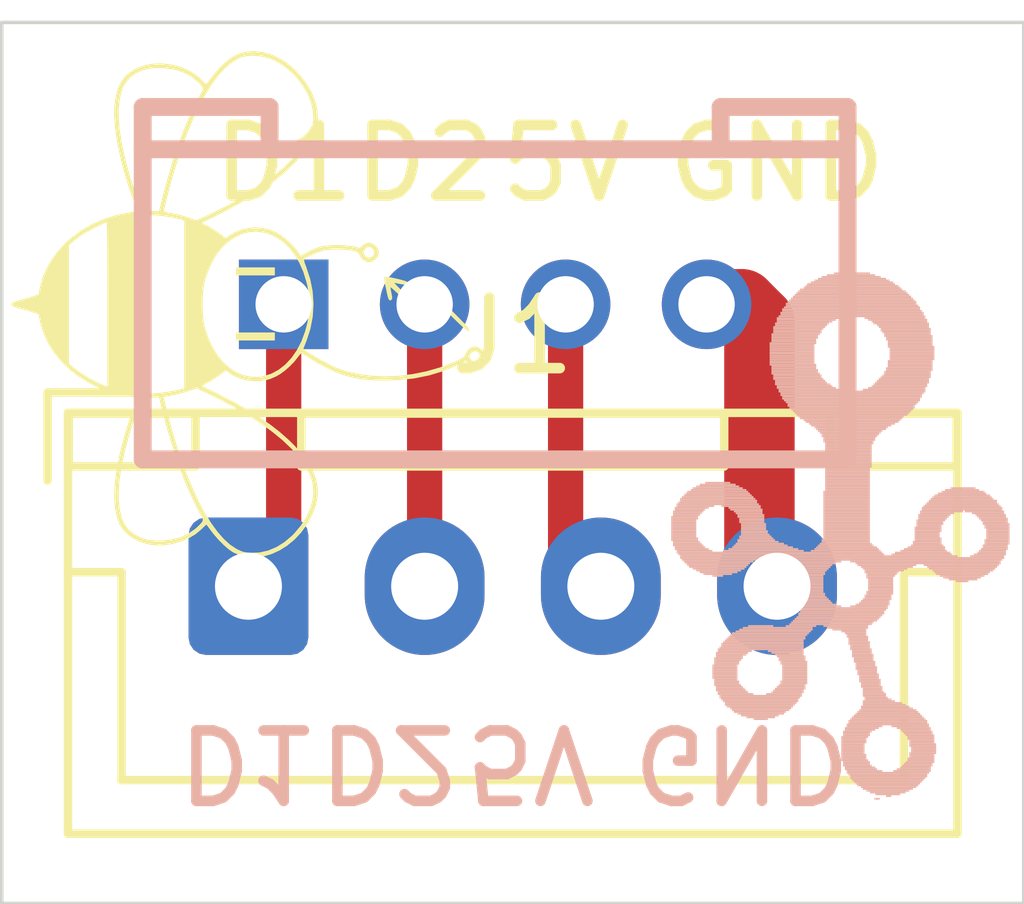
<source format=kicad_pcb>
(kicad_pcb (version 20171130) (host pcbnew "(5.1.12)-1")

  (general
    (thickness 1.6)
    (drawings 12)
    (tracks 9)
    (zones 0)
    (modules 4)
    (nets 5)
  )

  (page A4)
  (layers
    (0 F.Cu signal)
    (31 B.Cu signal)
    (32 B.Adhes user hide)
    (33 F.Adhes user hide)
    (34 B.Paste user hide)
    (35 F.Paste user hide)
    (36 B.SilkS user hide)
    (37 F.SilkS user hide)
    (38 B.Mask user hide)
    (39 F.Mask user hide)
    (40 Dwgs.User user hide)
    (41 Cmts.User user hide)
    (42 Eco1.User user hide)
    (43 Eco2.User user hide)
    (44 Edge.Cuts user)
    (45 Margin user hide)
    (46 B.CrtYd user hide)
    (47 F.CrtYd user hide)
    (48 B.Fab user hide)
    (49 F.Fab user hide)
  )

  (setup
    (last_trace_width 0.25)
    (user_trace_width 0.5)
    (trace_clearance 0.2)
    (zone_clearance 0.508)
    (zone_45_only no)
    (trace_min 0.2)
    (via_size 0.8)
    (via_drill 0.4)
    (via_min_size 0.4)
    (via_min_drill 0.3)
    (uvia_size 0.3)
    (uvia_drill 0.1)
    (uvias_allowed no)
    (uvia_min_size 0.2)
    (uvia_min_drill 0.1)
    (edge_width 0.05)
    (segment_width 0.2)
    (pcb_text_width 0.3)
    (pcb_text_size 1.5 1.5)
    (mod_edge_width 0.12)
    (mod_text_size 1 1)
    (mod_text_width 0.15)
    (pad_size 1.524 1.524)
    (pad_drill 0.762)
    (pad_to_mask_clearance 0)
    (aux_axis_origin 0 0)
    (visible_elements 7FFFFFFF)
    (pcbplotparams
      (layerselection 0x010fc_ffffffff)
      (usegerberextensions false)
      (usegerberattributes true)
      (usegerberadvancedattributes true)
      (creategerberjobfile true)
      (excludeedgelayer true)
      (linewidth 0.100000)
      (plotframeref false)
      (viasonmask false)
      (mode 1)
      (useauxorigin false)
      (hpglpennumber 1)
      (hpglpenspeed 20)
      (hpglpendiameter 15.000000)
      (psnegative false)
      (psa4output false)
      (plotreference true)
      (plotvalue true)
      (plotinvisibletext false)
      (padsonsilk false)
      (subtractmaskfromsilk false)
      (outputformat 1)
      (mirror false)
      (drillshape 0)
      (scaleselection 1)
      (outputdirectory "gerber/"))
  )

  (net 0 "")
  (net 1 GND)
  (net 2 +5V)
  (net 3 "Net-(J1-Pad2)")
  (net 4 "Net-(J1-Pad1)")

  (net_class Default "This is the default net class."
    (clearance 0.2)
    (trace_width 0.25)
    (via_dia 0.8)
    (via_drill 0.4)
    (uvia_dia 0.3)
    (uvia_drill 0.1)
    (add_net +5V)
    (add_net GND)
    (add_net "Net-(J1-Pad1)")
    (add_net "Net-(J1-Pad2)")
  )

  (module "Grove-Gas Sensor v1.4:TWIGLOGO" (layer B.Cu) (tedit 0) (tstamp 611766B0)
    (at 184.5 94)
    (fp_text reference U$3 (at 0 0 180) (layer B.SilkS) hide
      (effects (font (size 1.27 1.27) (thickness 0.15)) (justify mirror))
    )
    (fp_text value "" (at 0 0 180) (layer B.SilkS) hide
      (effects (font (size 1.27 1.27) (thickness 0.15)) (justify mirror))
    )
    (fp_poly (pts (xy 0.0127 -0.9779) (xy 0.1143 -0.9779) (xy 0.1143 -0.9525) (xy 0.0127 -0.9525)) (layer B.SilkS) (width 0))
    (fp_poly (pts (xy -0.1905 -0.9525) (xy 0.3175 -0.9525) (xy 0.3175 -0.9271) (xy -0.1905 -0.9271)) (layer B.SilkS) (width 0))
    (fp_poly (pts (xy -0.2921 -0.9271) (xy 0.3937 -0.9271) (xy 0.3937 -0.9017) (xy -0.2921 -0.9017)) (layer B.SilkS) (width 0))
    (fp_poly (pts (xy -0.3683 -0.9017) (xy 0.4699 -0.9017) (xy 0.4699 -0.8763) (xy -0.3683 -0.8763)) (layer B.SilkS) (width 0))
    (fp_poly (pts (xy -0.4191 -0.8763) (xy 0.5461 -0.8763) (xy 0.5461 -0.8509) (xy -0.4191 -0.8509)) (layer B.SilkS) (width 0))
    (fp_poly (pts (xy -0.4699 -0.8509) (xy 0.5969 -0.8509) (xy 0.5969 -0.8255) (xy -0.4699 -0.8255)) (layer B.SilkS) (width 0))
    (fp_poly (pts (xy -0.5207 -0.8255) (xy 0.6477 -0.8255) (xy 0.6477 -0.8001) (xy -0.5207 -0.8001)) (layer B.SilkS) (width 0))
    (fp_poly (pts (xy -0.5715 -0.8001) (xy 0.6731 -0.8001) (xy 0.6731 -0.7747) (xy -0.5715 -0.7747)) (layer B.SilkS) (width 0))
    (fp_poly (pts (xy -0.5969 -0.7747) (xy 0.7239 -0.7747) (xy 0.7239 -0.7493) (xy -0.5969 -0.7493)) (layer B.SilkS) (width 0))
    (fp_poly (pts (xy -0.6223 -0.7493) (xy 0.7493 -0.7493) (xy 0.7493 -0.7239) (xy -0.6223 -0.7239)) (layer B.SilkS) (width 0))
    (fp_poly (pts (xy -0.6731 -0.7239) (xy 0.7747 -0.7239) (xy 0.7747 -0.6985) (xy -0.6731 -0.6985)) (layer B.SilkS) (width 0))
    (fp_poly (pts (xy -0.6985 -0.6985) (xy 0.8255 -0.6985) (xy 0.8255 -0.6731) (xy -0.6985 -0.6731)) (layer B.SilkS) (width 0))
    (fp_poly (pts (xy -0.7239 -0.6731) (xy 0.8509 -0.6731) (xy 0.8509 -0.6477) (xy -0.7239 -0.6477)) (layer B.SilkS) (width 0))
    (fp_poly (pts (xy -0.7493 -0.6477) (xy 0.8763 -0.6477) (xy 0.8763 -0.6223) (xy -0.7493 -0.6223)) (layer B.SilkS) (width 0))
    (fp_poly (pts (xy -0.7747 -0.6223) (xy 0.9017 -0.6223) (xy 0.9017 -0.5969) (xy -0.7747 -0.5969)) (layer B.SilkS) (width 0))
    (fp_poly (pts (xy -0.8001 -0.5969) (xy 0.9271 -0.5969) (xy 0.9271 -0.5715) (xy -0.8001 -0.5715)) (layer B.SilkS) (width 0))
    (fp_poly (pts (xy -0.8255 -0.5715) (xy 0.9525 -0.5715) (xy 0.9525 -0.5461) (xy -0.8255 -0.5461)) (layer B.SilkS) (width 0))
    (fp_poly (pts (xy -0.8509 -0.5461) (xy 0.9779 -0.5461) (xy 0.9779 -0.5207) (xy -0.8509 -0.5207)) (layer B.SilkS) (width 0))
    (fp_poly (pts (xy -0.8763 -0.5207) (xy 0.9779 -0.5207) (xy 0.9779 -0.4953) (xy -0.8763 -0.4953)) (layer B.SilkS) (width 0))
    (fp_poly (pts (xy -0.8763 -0.4953) (xy 1.0033 -0.4953) (xy 1.0033 -0.4699) (xy -0.8763 -0.4699)) (layer B.SilkS) (width 0))
    (fp_poly (pts (xy -0.9017 -0.4699) (xy 1.0287 -0.4699) (xy 1.0287 -0.4445) (xy -0.9017 -0.4445)) (layer B.SilkS) (width 0))
    (fp_poly (pts (xy -0.9271 -0.4445) (xy 1.0287 -0.4445) (xy 1.0287 -0.4191) (xy -0.9271 -0.4191)) (layer B.SilkS) (width 0))
    (fp_poly (pts (xy -0.9271 -0.4191) (xy 1.0541 -0.4191) (xy 1.0541 -0.3937) (xy -0.9271 -0.3937)) (layer B.SilkS) (width 0))
    (fp_poly (pts (xy -0.9525 -0.3937) (xy 1.0795 -0.3937) (xy 1.0795 -0.3683) (xy -0.9525 -0.3683)) (layer B.SilkS) (width 0))
    (fp_poly (pts (xy -0.9525 -0.3683) (xy 1.0795 -0.3683) (xy 1.0795 -0.3429) (xy -0.9525 -0.3429)) (layer B.SilkS) (width 0))
    (fp_poly (pts (xy -0.9779 -0.3429) (xy 0.0127 -0.3429) (xy 0.0127 -0.3175) (xy -0.9779 -0.3175)) (layer B.SilkS) (width 0))
    (fp_poly (pts (xy 0.1143 -0.3429) (xy 1.1049 -0.3429) (xy 1.1049 -0.3175) (xy 0.1143 -0.3175)) (layer B.SilkS) (width 0))
    (fp_poly (pts (xy -1.0033 -0.3175) (xy -0.1143 -0.3175) (xy -0.1143 -0.2921) (xy -1.0033 -0.2921)) (layer B.SilkS) (width 0))
    (fp_poly (pts (xy 0.2413 -0.3175) (xy 1.1049 -0.3175) (xy 1.1049 -0.2921) (xy 0.2413 -0.2921)) (layer B.SilkS) (width 0))
    (fp_poly (pts (xy -1.0033 -0.2921) (xy -0.1651 -0.2921) (xy -0.1651 -0.2667) (xy -1.0033 -0.2667)) (layer B.SilkS) (width 0))
    (fp_poly (pts (xy 0.2921 -0.2921) (xy 1.1303 -0.2921) (xy 1.1303 -0.2667) (xy 0.2921 -0.2667)) (layer B.SilkS) (width 0))
    (fp_poly (pts (xy -1.0033 -0.2667) (xy -0.2159 -0.2667) (xy -0.2159 -0.2413) (xy -1.0033 -0.2413)) (layer B.SilkS) (width 0))
    (fp_poly (pts (xy 0.3429 -0.2667) (xy 1.1303 -0.2667) (xy 1.1303 -0.2413) (xy 0.3429 -0.2413)) (layer B.SilkS) (width 0))
    (fp_poly (pts (xy -1.0287 -0.2413) (xy -0.2667 -0.2413) (xy -0.2667 -0.2159) (xy -1.0287 -0.2159)) (layer B.SilkS) (width 0))
    (fp_poly (pts (xy 0.3683 -0.2413) (xy 1.1557 -0.2413) (xy 1.1557 -0.2159) (xy 0.3683 -0.2159)) (layer B.SilkS) (width 0))
    (fp_poly (pts (xy -1.0287 -0.2159) (xy -0.2921 -0.2159) (xy -0.2921 -0.1905) (xy -1.0287 -0.1905)) (layer B.SilkS) (width 0))
    (fp_poly (pts (xy 0.4191 -0.2159) (xy 1.1557 -0.2159) (xy 1.1557 -0.1905) (xy 0.4191 -0.1905)) (layer B.SilkS) (width 0))
    (fp_poly (pts (xy -1.0541 -0.1905) (xy -0.3175 -0.1905) (xy -0.3175 -0.1651) (xy -1.0541 -0.1651)) (layer B.SilkS) (width 0))
    (fp_poly (pts (xy 0.4445 -0.1905) (xy 1.1557 -0.1905) (xy 1.1557 -0.1651) (xy 0.4445 -0.1651)) (layer B.SilkS) (width 0))
    (fp_poly (pts (xy -1.0541 -0.1651) (xy -0.3429 -0.1651) (xy -0.3429 -0.1397) (xy -1.0541 -0.1397)) (layer B.SilkS) (width 0))
    (fp_poly (pts (xy 0.4699 -0.1651) (xy 1.1811 -0.1651) (xy 1.1811 -0.1397) (xy 0.4699 -0.1397)) (layer B.SilkS) (width 0))
    (fp_poly (pts (xy -1.0541 -0.1397) (xy -0.3683 -0.1397) (xy -0.3683 -0.1143) (xy -1.0541 -0.1143)) (layer B.SilkS) (width 0))
    (fp_poly (pts (xy 0.4699 -0.1397) (xy 1.1811 -0.1397) (xy 1.1811 -0.1143) (xy 0.4699 -0.1143)) (layer B.SilkS) (width 0))
    (fp_poly (pts (xy -1.0541 -0.1143) (xy -0.3683 -0.1143) (xy -0.3683 -0.0889) (xy -1.0541 -0.0889)) (layer B.SilkS) (width 0))
    (fp_poly (pts (xy 0.4953 -0.1143) (xy 1.1811 -0.1143) (xy 1.1811 -0.0889) (xy 0.4953 -0.0889)) (layer B.SilkS) (width 0))
    (fp_poly (pts (xy -1.0795 -0.0889) (xy -0.3937 -0.0889) (xy -0.3937 -0.0635) (xy -1.0795 -0.0635)) (layer B.SilkS) (width 0))
    (fp_poly (pts (xy 0.5207 -0.0889) (xy 1.1811 -0.0889) (xy 1.1811 -0.0635) (xy 0.5207 -0.0635)) (layer B.SilkS) (width 0))
    (fp_poly (pts (xy -1.0795 -0.0635) (xy -0.4191 -0.0635) (xy -0.4191 -0.0381) (xy -1.0795 -0.0381)) (layer B.SilkS) (width 0))
    (fp_poly (pts (xy 0.5207 -0.0635) (xy 1.2065 -0.0635) (xy 1.2065 -0.0381) (xy 0.5207 -0.0381)) (layer B.SilkS) (width 0))
    (fp_poly (pts (xy -1.0795 -0.0381) (xy -0.4191 -0.0381) (xy -0.4191 -0.0127) (xy -1.0795 -0.0127)) (layer B.SilkS) (width 0))
    (fp_poly (pts (xy 0.5461 -0.0381) (xy 1.2065 -0.0381) (xy 1.2065 -0.0127) (xy 0.5461 -0.0127)) (layer B.SilkS) (width 0))
    (fp_poly (pts (xy -1.0795 -0.0127) (xy -0.4445 -0.0127) (xy -0.4445 0.0127) (xy -1.0795 0.0127)) (layer B.SilkS) (width 0))
    (fp_poly (pts (xy 0.5461 -0.0127) (xy 1.2065 -0.0127) (xy 1.2065 0.0127) (xy 0.5461 0.0127)) (layer B.SilkS) (width 0))
    (fp_poly (pts (xy -1.0795 0.0127) (xy -0.4445 0.0127) (xy -0.4445 0.0381) (xy -1.0795 0.0381)) (layer B.SilkS) (width 0))
    (fp_poly (pts (xy 0.5715 0.0127) (xy 1.2065 0.0127) (xy 1.2065 0.0381) (xy 0.5715 0.0381)) (layer B.SilkS) (width 0))
    (fp_poly (pts (xy -1.1049 0.0381) (xy -0.4445 0.0381) (xy -0.4445 0.0635) (xy -1.1049 0.0635)) (layer B.SilkS) (width 0))
    (fp_poly (pts (xy 0.5715 0.0381) (xy 1.2065 0.0381) (xy 1.2065 0.0635) (xy 0.5715 0.0635)) (layer B.SilkS) (width 0))
    (fp_poly (pts (xy -1.1049 0.0635) (xy -0.4699 0.0635) (xy -0.4699 0.0889) (xy -1.1049 0.0889)) (layer B.SilkS) (width 0))
    (fp_poly (pts (xy 0.5715 0.0635) (xy 1.2065 0.0635) (xy 1.2065 0.0889) (xy 0.5715 0.0889)) (layer B.SilkS) (width 0))
    (fp_poly (pts (xy -1.1049 0.0889) (xy -0.4699 0.0889) (xy -0.4699 0.1143) (xy -1.1049 0.1143)) (layer B.SilkS) (width 0))
    (fp_poly (pts (xy 0.5715 0.0889) (xy 1.2319 0.0889) (xy 1.2319 0.1143) (xy 0.5715 0.1143)) (layer B.SilkS) (width 0))
    (fp_poly (pts (xy -1.1049 0.1143) (xy -0.4699 0.1143) (xy -0.4699 0.1397) (xy -1.1049 0.1397)) (layer B.SilkS) (width 0))
    (fp_poly (pts (xy 0.5969 0.1143) (xy 1.2319 0.1143) (xy 1.2319 0.1397) (xy 0.5969 0.1397)) (layer B.SilkS) (width 0))
    (fp_poly (pts (xy -1.1049 0.1397) (xy -0.4699 0.1397) (xy -0.4699 0.1651) (xy -1.1049 0.1651)) (layer B.SilkS) (width 0))
    (fp_poly (pts (xy 0.5969 0.1397) (xy 1.2319 0.1397) (xy 1.2319 0.1651) (xy 0.5969 0.1651)) (layer B.SilkS) (width 0))
    (fp_poly (pts (xy -1.1049 0.1651) (xy -0.4699 0.1651) (xy -0.4699 0.1905) (xy -1.1049 0.1905)) (layer B.SilkS) (width 0))
    (fp_poly (pts (xy 0.5969 0.1651) (xy 1.2319 0.1651) (xy 1.2319 0.1905) (xy 0.5969 0.1905)) (layer B.SilkS) (width 0))
    (fp_poly (pts (xy -1.1049 0.1905) (xy -0.4699 0.1905) (xy -0.4699 0.2159) (xy -1.1049 0.2159)) (layer B.SilkS) (width 0))
    (fp_poly (pts (xy 0.5969 0.1905) (xy 1.2319 0.1905) (xy 1.2319 0.2159) (xy 0.5969 0.2159)) (layer B.SilkS) (width 0))
    (fp_poly (pts (xy -1.1049 0.2159) (xy -0.4699 0.2159) (xy -0.4699 0.2413) (xy -1.1049 0.2413)) (layer B.SilkS) (width 0))
    (fp_poly (pts (xy 0.5969 0.2159) (xy 1.2319 0.2159) (xy 1.2319 0.2413) (xy 0.5969 0.2413)) (layer B.SilkS) (width 0))
    (fp_poly (pts (xy -1.1049 0.2413) (xy -0.4699 0.2413) (xy -0.4699 0.2667) (xy -1.1049 0.2667)) (layer B.SilkS) (width 0))
    (fp_poly (pts (xy 0.5969 0.2413) (xy 1.2319 0.2413) (xy 1.2319 0.2667) (xy 0.5969 0.2667)) (layer B.SilkS) (width 0))
    (fp_poly (pts (xy -1.1049 0.2667) (xy -0.4699 0.2667) (xy -0.4699 0.2921) (xy -1.1049 0.2921)) (layer B.SilkS) (width 0))
    (fp_poly (pts (xy 0.5969 0.2667) (xy 1.2319 0.2667) (xy 1.2319 0.2921) (xy 0.5969 0.2921)) (layer B.SilkS) (width 0))
    (fp_poly (pts (xy -1.1049 0.2921) (xy -0.4699 0.2921) (xy -0.4699 0.3175) (xy -1.1049 0.3175)) (layer B.SilkS) (width 0))
    (fp_poly (pts (xy 0.5715 0.2921) (xy 1.2065 0.2921) (xy 1.2065 0.3175) (xy 0.5715 0.3175)) (layer B.SilkS) (width 0))
    (fp_poly (pts (xy -1.1049 0.3175) (xy -0.4699 0.3175) (xy -0.4699 0.3429) (xy -1.1049 0.3429)) (layer B.SilkS) (width 0))
    (fp_poly (pts (xy 0.5715 0.3175) (xy 1.2065 0.3175) (xy 1.2065 0.3429) (xy 0.5715 0.3429)) (layer B.SilkS) (width 0))
    (fp_poly (pts (xy -1.1049 0.3429) (xy -0.4445 0.3429) (xy -0.4445 0.3683) (xy -1.1049 0.3683)) (layer B.SilkS) (width 0))
    (fp_poly (pts (xy 0.5715 0.3429) (xy 1.2065 0.3429) (xy 1.2065 0.3683) (xy 0.5715 0.3683)) (layer B.SilkS) (width 0))
    (fp_poly (pts (xy -1.0795 0.3683) (xy -0.4445 0.3683) (xy -0.4445 0.3937) (xy -1.0795 0.3937)) (layer B.SilkS) (width 0))
    (fp_poly (pts (xy 0.5715 0.3683) (xy 1.2065 0.3683) (xy 1.2065 0.3937) (xy 0.5715 0.3937)) (layer B.SilkS) (width 0))
    (fp_poly (pts (xy -1.0795 0.3937) (xy -0.4445 0.3937) (xy -0.4445 0.4191) (xy -1.0795 0.4191)) (layer B.SilkS) (width 0))
    (fp_poly (pts (xy 0.5461 0.3937) (xy 1.2065 0.3937) (xy 1.2065 0.4191) (xy 0.5461 0.4191)) (layer B.SilkS) (width 0))
    (fp_poly (pts (xy -1.0795 0.4191) (xy -0.4191 0.4191) (xy -0.4191 0.4445) (xy -1.0795 0.4445)) (layer B.SilkS) (width 0))
    (fp_poly (pts (xy 0.5461 0.4191) (xy 1.2065 0.4191) (xy 1.2065 0.4445) (xy 0.5461 0.4445)) (layer B.SilkS) (width 0))
    (fp_poly (pts (xy -1.0795 0.4445) (xy -0.4191 0.4445) (xy -0.4191 0.4699) (xy -1.0795 0.4699)) (layer B.SilkS) (width 0))
    (fp_poly (pts (xy 0.5207 0.4445) (xy 1.1811 0.4445) (xy 1.1811 0.4699) (xy 0.5207 0.4699)) (layer B.SilkS) (width 0))
    (fp_poly (pts (xy -1.0795 0.4699) (xy -0.3937 0.4699) (xy -0.3937 0.4953) (xy -1.0795 0.4953)) (layer B.SilkS) (width 0))
    (fp_poly (pts (xy 0.5207 0.4699) (xy 1.1811 0.4699) (xy 1.1811 0.4953) (xy 0.5207 0.4953)) (layer B.SilkS) (width 0))
    (fp_poly (pts (xy -1.0541 0.4953) (xy -0.3683 0.4953) (xy -0.3683 0.5207) (xy -1.0541 0.5207)) (layer B.SilkS) (width 0))
    (fp_poly (pts (xy 0.4953 0.4953) (xy 1.1811 0.4953) (xy 1.1811 0.5207) (xy 0.4953 0.5207)) (layer B.SilkS) (width 0))
    (fp_poly (pts (xy -1.0541 0.5207) (xy -0.3683 0.5207) (xy -0.3683 0.5461) (xy -1.0541 0.5461)) (layer B.SilkS) (width 0))
    (fp_poly (pts (xy 0.4699 0.5207) (xy 1.1811 0.5207) (xy 1.1811 0.5461) (xy 0.4699 0.5461)) (layer B.SilkS) (width 0))
    (fp_poly (pts (xy -1.0541 0.5461) (xy -0.3429 0.5461) (xy -0.3429 0.5715) (xy -1.0541 0.5715)) (layer B.SilkS) (width 0))
    (fp_poly (pts (xy 0.4445 0.5461) (xy 1.1557 0.5461) (xy 1.1557 0.5715) (xy 0.4445 0.5715)) (layer B.SilkS) (width 0))
    (fp_poly (pts (xy -1.0287 0.5715) (xy -0.3175 0.5715) (xy -0.3175 0.5969) (xy -1.0287 0.5969)) (layer B.SilkS) (width 0))
    (fp_poly (pts (xy 0.4191 0.5715) (xy 1.1557 0.5715) (xy 1.1557 0.5969) (xy 0.4191 0.5969)) (layer B.SilkS) (width 0))
    (fp_poly (pts (xy -1.0287 0.5969) (xy -0.2921 0.5969) (xy -0.2921 0.6223) (xy -1.0287 0.6223)) (layer B.SilkS) (width 0))
    (fp_poly (pts (xy 0.3937 0.5969) (xy 1.1557 0.5969) (xy 1.1557 0.6223) (xy 0.3937 0.6223)) (layer B.SilkS) (width 0))
    (fp_poly (pts (xy -1.0287 0.6223) (xy -0.2413 0.6223) (xy -0.2413 0.6477) (xy -1.0287 0.6477)) (layer B.SilkS) (width 0))
    (fp_poly (pts (xy 0.3683 0.6223) (xy 1.1303 0.6223) (xy 1.1303 0.6477) (xy 0.3683 0.6477)) (layer B.SilkS) (width 0))
    (fp_poly (pts (xy -1.0033 0.6477) (xy -0.2159 0.6477) (xy -0.2159 0.6731) (xy -1.0033 0.6731)) (layer B.SilkS) (width 0))
    (fp_poly (pts (xy 0.3429 0.6477) (xy 1.1303 0.6477) (xy 1.1303 0.6731) (xy 0.3429 0.6731)) (layer B.SilkS) (width 0))
    (fp_poly (pts (xy -1.0033 0.6731) (xy -0.1651 0.6731) (xy -0.1651 0.6985) (xy -1.0033 0.6985)) (layer B.SilkS) (width 0))
    (fp_poly (pts (xy 0.2921 0.6731) (xy 1.1049 0.6731) (xy 1.1049 0.6985) (xy 0.2921 0.6985)) (layer B.SilkS) (width 0))
    (fp_poly (pts (xy -0.9779 0.6985) (xy -0.0889 0.6985) (xy -0.0889 0.7239) (xy -0.9779 0.7239)) (layer B.SilkS) (width 0))
    (fp_poly (pts (xy 0.2159 0.6985) (xy 1.1049 0.6985) (xy 1.1049 0.7239) (xy 0.2159 0.7239)) (layer B.SilkS) (width 0))
    (fp_poly (pts (xy -0.9779 0.7239) (xy 1.1049 0.7239) (xy 1.1049 0.7493) (xy -0.9779 0.7493)) (layer B.SilkS) (width 0))
    (fp_poly (pts (xy -0.9525 0.7493) (xy 1.0795 0.7493) (xy 1.0795 0.7747) (xy -0.9525 0.7747)) (layer B.SilkS) (width 0))
    (fp_poly (pts (xy -0.9525 0.7747) (xy 1.0541 0.7747) (xy 1.0541 0.8001) (xy -0.9525 0.8001)) (layer B.SilkS) (width 0))
    (fp_poly (pts (xy -0.9271 0.8001) (xy 1.0541 0.8001) (xy 1.0541 0.8255) (xy -0.9271 0.8255)) (layer B.SilkS) (width 0))
    (fp_poly (pts (xy -0.9271 0.8255) (xy 1.0287 0.8255) (xy 1.0287 0.8509) (xy -0.9271 0.8509)) (layer B.SilkS) (width 0))
    (fp_poly (pts (xy -0.9017 0.8509) (xy 1.0287 0.8509) (xy 1.0287 0.8763) (xy -0.9017 0.8763)) (layer B.SilkS) (width 0))
    (fp_poly (pts (xy -0.8763 0.8763) (xy 1.0033 0.8763) (xy 1.0033 0.9017) (xy -0.8763 0.9017)) (layer B.SilkS) (width 0))
    (fp_poly (pts (xy -0.8509 0.9017) (xy 0.9779 0.9017) (xy 0.9779 0.9271) (xy -0.8509 0.9271)) (layer B.SilkS) (width 0))
    (fp_poly (pts (xy -0.8509 0.9271) (xy 0.9525 0.9271) (xy 0.9525 0.9525) (xy -0.8509 0.9525)) (layer B.SilkS) (width 0))
    (fp_poly (pts (xy -0.8255 0.9525) (xy 0.9525 0.9525) (xy 0.9525 0.9779) (xy -0.8255 0.9779)) (layer B.SilkS) (width 0))
    (fp_poly (pts (xy -0.8001 0.9779) (xy 0.9271 0.9779) (xy 0.9271 1.0033) (xy -0.8001 1.0033)) (layer B.SilkS) (width 0))
    (fp_poly (pts (xy -0.7747 1.0033) (xy 0.9017 1.0033) (xy 0.9017 1.0287) (xy -0.7747 1.0287)) (layer B.SilkS) (width 0))
    (fp_poly (pts (xy -0.7493 1.0287) (xy 0.8763 1.0287) (xy 0.8763 1.0541) (xy -0.7493 1.0541)) (layer B.SilkS) (width 0))
    (fp_poly (pts (xy -0.7239 1.0541) (xy 0.8509 1.0541) (xy 0.8509 1.0795) (xy -0.7239 1.0795)) (layer B.SilkS) (width 0))
    (fp_poly (pts (xy -0.6985 1.0795) (xy 0.8001 1.0795) (xy 0.8001 1.1049) (xy -0.6985 1.1049)) (layer B.SilkS) (width 0))
    (fp_poly (pts (xy -0.6731 1.1049) (xy 0.7747 1.1049) (xy 0.7747 1.1303) (xy -0.6731 1.1303)) (layer B.SilkS) (width 0))
    (fp_poly (pts (xy -0.6223 1.1303) (xy 0.7493 1.1303) (xy 0.7493 1.1557) (xy -0.6223 1.1557)) (layer B.SilkS) (width 0))
    (fp_poly (pts (xy -0.5969 1.1557) (xy 0.7239 1.1557) (xy 0.7239 1.1811) (xy -0.5969 1.1811)) (layer B.SilkS) (width 0))
    (fp_poly (pts (xy -0.5461 1.1811) (xy 0.6731 1.1811) (xy 0.6731 1.2065) (xy -0.5461 1.2065)) (layer B.SilkS) (width 0))
    (fp_poly (pts (xy -0.5207 1.2065) (xy 0.6223 1.2065) (xy 0.6223 1.2319) (xy -0.5207 1.2319)) (layer B.SilkS) (width 0))
    (fp_poly (pts (xy -0.4699 1.2319) (xy 0.5715 1.2319) (xy 0.5715 1.2573) (xy -0.4699 1.2573)) (layer B.SilkS) (width 0))
    (fp_poly (pts (xy -0.4445 1.2573) (xy 0.5461 1.2573) (xy 0.5461 1.2827) (xy -0.4445 1.2827)) (layer B.SilkS) (width 0))
    (fp_poly (pts (xy -0.4191 1.2827) (xy 0.4953 1.2827) (xy 0.4953 1.3081) (xy -0.4191 1.3081)) (layer B.SilkS) (width 0))
    (fp_poly (pts (xy -0.3937 1.3081) (xy 0.4699 1.3081) (xy 0.4699 1.3335) (xy -0.3937 1.3335)) (layer B.SilkS) (width 0))
    (fp_poly (pts (xy -0.3683 1.3335) (xy 0.4445 1.3335) (xy 0.4445 1.3589) (xy -0.3683 1.3589)) (layer B.SilkS) (width 0))
    (fp_poly (pts (xy -0.3683 1.3589) (xy 0.4191 1.3589) (xy 0.4191 1.3843) (xy -0.3683 1.3843)) (layer B.SilkS) (width 0))
    (fp_poly (pts (xy -0.3429 1.3843) (xy 0.3937 1.3843) (xy 0.3937 1.4097) (xy -0.3429 1.4097)) (layer B.SilkS) (width 0))
    (fp_poly (pts (xy -0.3429 1.4097) (xy 0.3937 1.4097) (xy 0.3937 1.4351) (xy -0.3429 1.4351)) (layer B.SilkS) (width 0))
    (fp_poly (pts (xy -0.3429 1.4351) (xy 0.3683 1.4351) (xy 0.3683 1.4605) (xy -0.3429 1.4605)) (layer B.SilkS) (width 0))
    (fp_poly (pts (xy -0.3175 1.4605) (xy 0.3683 1.4605) (xy 0.3683 1.4859) (xy -0.3175 1.4859)) (layer B.SilkS) (width 0))
    (fp_poly (pts (xy -0.3175 1.4859) (xy 0.3429 1.4859) (xy 0.3429 1.5113) (xy -0.3175 1.5113)) (layer B.SilkS) (width 0))
    (fp_poly (pts (xy -0.3175 1.5113) (xy 0.3429 1.5113) (xy 0.3429 1.5367) (xy -0.3175 1.5367)) (layer B.SilkS) (width 0))
    (fp_poly (pts (xy -0.3175 1.5367) (xy 0.3429 1.5367) (xy 0.3429 1.5621) (xy -0.3175 1.5621)) (layer B.SilkS) (width 0))
    (fp_poly (pts (xy -0.3175 1.5621) (xy 0.3429 1.5621) (xy 0.3429 1.5875) (xy -0.3175 1.5875)) (layer B.SilkS) (width 0))
    (fp_poly (pts (xy -0.3175 1.5875) (xy 0.3429 1.5875) (xy 0.3429 1.6129) (xy -0.3175 1.6129)) (layer B.SilkS) (width 0))
    (fp_poly (pts (xy -0.3175 1.6129) (xy 0.3429 1.6129) (xy 0.3429 1.6383) (xy -0.3175 1.6383)) (layer B.SilkS) (width 0))
    (fp_poly (pts (xy -0.3175 1.6383) (xy 0.3429 1.6383) (xy 0.3429 1.6637) (xy -0.3175 1.6637)) (layer B.SilkS) (width 0))
    (fp_poly (pts (xy -0.3175 1.6637) (xy 0.3429 1.6637) (xy 0.3429 1.6891) (xy -0.3175 1.6891)) (layer B.SilkS) (width 0))
    (fp_poly (pts (xy -0.3175 1.6891) (xy 0.3429 1.6891) (xy 0.3429 1.7145) (xy -0.3175 1.7145)) (layer B.SilkS) (width 0))
    (fp_poly (pts (xy -0.3175 1.7145) (xy 0.3429 1.7145) (xy 0.3429 1.7399) (xy -0.3175 1.7399)) (layer B.SilkS) (width 0))
    (fp_poly (pts (xy -0.3175 1.7399) (xy 0.3429 1.7399) (xy 0.3429 1.7653) (xy -0.3175 1.7653)) (layer B.SilkS) (width 0))
    (fp_poly (pts (xy -0.3175 1.7653) (xy 0.3429 1.7653) (xy 0.3429 1.7907) (xy -0.3175 1.7907)) (layer B.SilkS) (width 0))
    (fp_poly (pts (xy -0.3175 1.7907) (xy 0.3429 1.7907) (xy 0.3429 1.8161) (xy -0.3175 1.8161)) (layer B.SilkS) (width 0))
    (fp_poly (pts (xy -0.3175 1.8161) (xy 0.3175 1.8161) (xy 0.3175 1.8415) (xy -0.3175 1.8415)) (layer B.SilkS) (width 0))
    (fp_poly (pts (xy -0.3175 1.8415) (xy 0.3175 1.8415) (xy 0.3175 1.8669) (xy -0.3175 1.8669)) (layer B.SilkS) (width 0))
    (fp_poly (pts (xy -0.3175 1.8669) (xy 0.3175 1.8669) (xy 0.3175 1.8923) (xy -0.3175 1.8923)) (layer B.SilkS) (width 0))
    (fp_poly (pts (xy -0.3175 1.8923) (xy 0.3175 1.8923) (xy 0.3175 1.9177) (xy -0.3175 1.9177)) (layer B.SilkS) (width 0))
    (fp_poly (pts (xy -0.3175 1.9177) (xy 0.3175 1.9177) (xy 0.3175 1.9431) (xy -0.3175 1.9431)) (layer B.SilkS) (width 0))
    (fp_poly (pts (xy -0.3175 1.9431) (xy 0.3175 1.9431) (xy 0.3175 1.9685) (xy -0.3175 1.9685)) (layer B.SilkS) (width 0))
    (fp_poly (pts (xy -0.3175 1.9685) (xy 0.3175 1.9685) (xy 0.3175 1.9939) (xy -0.3175 1.9939)) (layer B.SilkS) (width 0))
    (fp_poly (pts (xy -0.3175 1.9939) (xy 0.3175 1.9939) (xy 0.3175 2.0193) (xy -0.3175 2.0193)) (layer B.SilkS) (width 0))
    (fp_poly (pts (xy -2.0193 2.0193) (xy -1.6637 2.0193) (xy -1.6637 2.0447) (xy -2.0193 2.0447)) (layer B.SilkS) (width 0))
    (fp_poly (pts (xy -0.3175 2.0193) (xy 0.3175 2.0193) (xy 0.3175 2.0447) (xy -0.3175 2.0447)) (layer B.SilkS) (width 0))
    (fp_poly (pts (xy -2.0955 2.0447) (xy -1.5875 2.0447) (xy -1.5875 2.0701) (xy -2.0955 2.0701)) (layer B.SilkS) (width 0))
    (fp_poly (pts (xy -0.3175 2.0447) (xy 0.3175 2.0447) (xy 0.3175 2.0701) (xy -0.3175 2.0701)) (layer B.SilkS) (width 0))
    (fp_poly (pts (xy -2.1463 2.0701) (xy -1.5367 2.0701) (xy -1.5367 2.0955) (xy -2.1463 2.0955)) (layer B.SilkS) (width 0))
    (fp_poly (pts (xy -0.3175 2.0701) (xy 0.3175 2.0701) (xy 0.3175 2.0955) (xy -0.3175 2.0955)) (layer B.SilkS) (width 0))
    (fp_poly (pts (xy -2.1971 2.0955) (xy -1.4859 2.0955) (xy -1.4859 2.1209) (xy -2.1971 2.1209)) (layer B.SilkS) (width 0))
    (fp_poly (pts (xy -0.3175 2.0955) (xy 0.3175 2.0955) (xy 0.3175 2.1209) (xy -0.3175 2.1209)) (layer B.SilkS) (width 0))
    (fp_poly (pts (xy 1.4605 2.0955) (xy 1.8161 2.0955) (xy 1.8161 2.1209) (xy 1.4605 2.1209)) (layer B.SilkS) (width 0))
    (fp_poly (pts (xy -2.2225 2.1209) (xy -1.4351 2.1209) (xy -1.4351 2.1463) (xy -2.2225 2.1463)) (layer B.SilkS) (width 0))
    (fp_poly (pts (xy -0.3175 2.1209) (xy 0.3175 2.1209) (xy 0.3175 2.1463) (xy -0.3175 2.1463)) (layer B.SilkS) (width 0))
    (fp_poly (pts (xy 1.3843 2.1209) (xy 1.8669 2.1209) (xy 1.8669 2.1463) (xy 1.3843 2.1463)) (layer B.SilkS) (width 0))
    (fp_poly (pts (xy -2.2733 2.1463) (xy -1.4097 2.1463) (xy -1.4097 2.1717) (xy -2.2733 2.1717)) (layer B.SilkS) (width 0))
    (fp_poly (pts (xy -0.3429 2.1463) (xy 0.3175 2.1463) (xy 0.3175 2.1717) (xy -0.3429 2.1717)) (layer B.SilkS) (width 0))
    (fp_poly (pts (xy 1.3335 2.1463) (xy 1.9431 2.1463) (xy 1.9431 2.1717) (xy 1.3335 2.1717)) (layer B.SilkS) (width 0))
    (fp_poly (pts (xy -2.2987 2.1717) (xy -1.3843 2.1717) (xy -1.3843 2.1971) (xy -2.2987 2.1971)) (layer B.SilkS) (width 0))
    (fp_poly (pts (xy -0.3429 2.1717) (xy 0.3175 2.1717) (xy 0.3175 2.1971) (xy -0.3429 2.1971)) (layer B.SilkS) (width 0))
    (fp_poly (pts (xy 1.2827 2.1717) (xy 1.9685 2.1717) (xy 1.9685 2.1971) (xy 1.2827 2.1971)) (layer B.SilkS) (width 0))
    (fp_poly (pts (xy -2.3241 2.1971) (xy -1.3589 2.1971) (xy -1.3589 2.2225) (xy -2.3241 2.2225)) (layer B.SilkS) (width 0))
    (fp_poly (pts (xy -0.3429 2.1971) (xy 0.3175 2.1971) (xy 0.3175 2.2225) (xy -0.3429 2.2225)) (layer B.SilkS) (width 0))
    (fp_poly (pts (xy 1.2319 2.1971) (xy 2.0193 2.1971) (xy 2.0193 2.2225) (xy 1.2319 2.2225)) (layer B.SilkS) (width 0))
    (fp_poly (pts (xy -2.3495 2.2225) (xy -1.3335 2.2225) (xy -1.3335 2.2479) (xy -2.3495 2.2479)) (layer B.SilkS) (width 0))
    (fp_poly (pts (xy -0.3429 2.2225) (xy 0.3175 2.2225) (xy 0.3175 2.2479) (xy -0.3429 2.2479)) (layer B.SilkS) (width 0))
    (fp_poly (pts (xy 1.2065 2.2225) (xy 2.0447 2.2225) (xy 2.0447 2.2479) (xy 1.2065 2.2479)) (layer B.SilkS) (width 0))
    (fp_poly (pts (xy -2.3749 2.2479) (xy -1.3081 2.2479) (xy -1.3081 2.2733) (xy -2.3749 2.2733)) (layer B.SilkS) (width 0))
    (fp_poly (pts (xy -0.3429 2.2479) (xy 0.3175 2.2479) (xy 0.3175 2.2733) (xy -0.3429 2.2733)) (layer B.SilkS) (width 0))
    (fp_poly (pts (xy 1.1811 2.2479) (xy 2.0701 2.2479) (xy 2.0701 2.2733) (xy 1.1811 2.2733)) (layer B.SilkS) (width 0))
    (fp_poly (pts (xy -2.3749 2.2733) (xy -1.2827 2.2733) (xy -1.2827 2.2987) (xy -2.3749 2.2987)) (layer B.SilkS) (width 0))
    (fp_poly (pts (xy -0.3429 2.2733) (xy 0.3175 2.2733) (xy 0.3175 2.2987) (xy -0.3429 2.2987)) (layer B.SilkS) (width 0))
    (fp_poly (pts (xy 1.1557 2.2733) (xy 2.1209 2.2733) (xy 2.1209 2.2987) (xy 1.1557 2.2987)) (layer B.SilkS) (width 0))
    (fp_poly (pts (xy -2.4003 2.2987) (xy -1.2827 2.2987) (xy -1.2827 2.3241) (xy -2.4003 2.3241)) (layer B.SilkS) (width 0))
    (fp_poly (pts (xy -0.3429 2.2987) (xy 0.3175 2.2987) (xy 0.3175 2.3241) (xy -0.3429 2.3241)) (layer B.SilkS) (width 0))
    (fp_poly (pts (xy 1.1303 2.2987) (xy 2.1209 2.2987) (xy 2.1209 2.3241) (xy 1.1303 2.3241)) (layer B.SilkS) (width 0))
    (fp_poly (pts (xy -2.4257 2.3241) (xy -1.2573 2.3241) (xy -1.2573 2.3495) (xy -2.4257 2.3495)) (layer B.SilkS) (width 0))
    (fp_poly (pts (xy -0.3429 2.3241) (xy 0.3175 2.3241) (xy 0.3175 2.3495) (xy -0.3429 2.3495)) (layer B.SilkS) (width 0))
    (fp_poly (pts (xy 1.1049 2.3241) (xy 2.1463 2.3241) (xy 2.1463 2.3495) (xy 1.1049 2.3495)) (layer B.SilkS) (width 0))
    (fp_poly (pts (xy -2.4257 2.3495) (xy -1.8923 2.3495) (xy -1.8923 2.3749) (xy -2.4257 2.3749)) (layer B.SilkS) (width 0))
    (fp_poly (pts (xy -1.7907 2.3495) (xy -1.2319 2.3495) (xy -1.2319 2.3749) (xy -1.7907 2.3749)) (layer B.SilkS) (width 0))
    (fp_poly (pts (xy -0.3429 2.3495) (xy 0.3175 2.3495) (xy 0.3175 2.3749) (xy -0.3429 2.3749)) (layer B.SilkS) (width 0))
    (fp_poly (pts (xy 1.0795 2.3495) (xy 2.1717 2.3495) (xy 2.1717 2.3749) (xy 1.0795 2.3749)) (layer B.SilkS) (width 0))
    (fp_poly (pts (xy -2.4511 2.3749) (xy -1.9685 2.3749) (xy -1.9685 2.4003) (xy -2.4511 2.4003)) (layer B.SilkS) (width 0))
    (fp_poly (pts (xy -1.6891 2.3749) (xy -1.2319 2.3749) (xy -1.2319 2.4003) (xy -1.6891 2.4003)) (layer B.SilkS) (width 0))
    (fp_poly (pts (xy -0.3429 2.3749) (xy 0.3175 2.3749) (xy 0.3175 2.4003) (xy -0.3429 2.4003)) (layer B.SilkS) (width 0))
    (fp_poly (pts (xy 1.0541 2.3749) (xy 2.1971 2.3749) (xy 2.1971 2.4003) (xy 1.0541 2.4003)) (layer B.SilkS) (width 0))
    (fp_poly (pts (xy -2.4511 2.4003) (xy -2.0193 2.4003) (xy -2.0193 2.4257) (xy -2.4511 2.4257)) (layer B.SilkS) (width 0))
    (fp_poly (pts (xy -1.6637 2.4003) (xy -1.2065 2.4003) (xy -1.2065 2.4257) (xy -1.6637 2.4257)) (layer B.SilkS) (width 0))
    (fp_poly (pts (xy -0.3429 2.4003) (xy 0.3175 2.4003) (xy 0.3175 2.4257) (xy -0.3429 2.4257)) (layer B.SilkS) (width 0))
    (fp_poly (pts (xy 1.0541 2.4003) (xy 2.1971 2.4003) (xy 2.1971 2.4257) (xy 1.0541 2.4257)) (layer B.SilkS) (width 0))
    (fp_poly (pts (xy -2.4765 2.4257) (xy -2.0447 2.4257) (xy -2.0447 2.4511) (xy -2.4765 2.4511)) (layer B.SilkS) (width 0))
    (fp_poly (pts (xy -1.6129 2.4257) (xy -1.2065 2.4257) (xy -1.2065 2.4511) (xy -1.6129 2.4511)) (layer B.SilkS) (width 0))
    (fp_poly (pts (xy -0.3429 2.4257) (xy 0.3175 2.4257) (xy 0.3175 2.4511) (xy -0.3429 2.4511)) (layer B.SilkS) (width 0))
    (fp_poly (pts (xy 1.0287 2.4257) (xy 1.6383 2.4257) (xy 1.6383 2.4511) (xy 1.0287 2.4511)) (layer B.SilkS) (width 0))
    (fp_poly (pts (xy 1.6637 2.4257) (xy 2.2225 2.4257) (xy 2.2225 2.4511) (xy 1.6637 2.4511)) (layer B.SilkS) (width 0))
    (fp_poly (pts (xy -2.4765 2.4511) (xy -2.0701 2.4511) (xy -2.0701 2.4765) (xy -2.4765 2.4765)) (layer B.SilkS) (width 0))
    (fp_poly (pts (xy -1.5875 2.4511) (xy -1.2065 2.4511) (xy -1.2065 2.4765) (xy -1.5875 2.4765)) (layer B.SilkS) (width 0))
    (fp_poly (pts (xy -0.3429 2.4511) (xy 0.3175 2.4511) (xy 0.3175 2.4765) (xy -0.3429 2.4765)) (layer B.SilkS) (width 0))
    (fp_poly (pts (xy 1.0287 2.4511) (xy 1.5113 2.4511) (xy 1.5113 2.4765) (xy 1.0287 2.4765)) (layer B.SilkS) (width 0))
    (fp_poly (pts (xy 1.7653 2.4511) (xy 2.2225 2.4511) (xy 2.2225 2.4765) (xy 1.7653 2.4765)) (layer B.SilkS) (width 0))
    (fp_poly (pts (xy -2.4765 2.4765) (xy -2.0955 2.4765) (xy -2.0955 2.5019) (xy -2.4765 2.5019)) (layer B.SilkS) (width 0))
    (fp_poly (pts (xy -1.5621 2.4765) (xy -1.1811 2.4765) (xy -1.1811 2.5019) (xy -1.5621 2.5019)) (layer B.SilkS) (width 0))
    (fp_poly (pts (xy -0.3429 2.4765) (xy 0.3175 2.4765) (xy 0.3175 2.5019) (xy -0.3429 2.5019)) (layer B.SilkS) (width 0))
    (fp_poly (pts (xy 1.0033 2.4765) (xy 1.4605 2.4765) (xy 1.4605 2.5019) (xy 1.0033 2.5019)) (layer B.SilkS) (width 0))
    (fp_poly (pts (xy 1.8161 2.4765) (xy 2.2479 2.4765) (xy 2.2479 2.5019) (xy 1.8161 2.5019)) (layer B.SilkS) (width 0))
    (fp_poly (pts (xy -2.5019 2.5019) (xy -2.1209 2.5019) (xy -2.1209 2.5273) (xy -2.5019 2.5273)) (layer B.SilkS) (width 0))
    (fp_poly (pts (xy -1.5621 2.5019) (xy -1.1811 2.5019) (xy -1.1811 2.5273) (xy -1.5621 2.5273)) (layer B.SilkS) (width 0))
    (fp_poly (pts (xy -0.3429 2.5019) (xy 0.3175 2.5019) (xy 0.3175 2.5273) (xy -0.3429 2.5273)) (layer B.SilkS) (width 0))
    (fp_poly (pts (xy 1.0033 2.5019) (xy 1.4351 2.5019) (xy 1.4351 2.5273) (xy 1.0033 2.5273)) (layer B.SilkS) (width 0))
    (fp_poly (pts (xy 1.8415 2.5019) (xy 2.2479 2.5019) (xy 2.2479 2.5273) (xy 1.8415 2.5273)) (layer B.SilkS) (width 0))
    (fp_poly (pts (xy -2.5019 2.5273) (xy -2.1209 2.5273) (xy -2.1209 2.5527) (xy -2.5019 2.5527)) (layer B.SilkS) (width 0))
    (fp_poly (pts (xy -1.5367 2.5273) (xy -1.1811 2.5273) (xy -1.1811 2.5527) (xy -1.5367 2.5527)) (layer B.SilkS) (width 0))
    (fp_poly (pts (xy -0.3429 2.5273) (xy 0.3175 2.5273) (xy 0.3175 2.5527) (xy -0.3429 2.5527)) (layer B.SilkS) (width 0))
    (fp_poly (pts (xy 1.0033 2.5273) (xy 1.4097 2.5273) (xy 1.4097 2.5527) (xy 1.0033 2.5527)) (layer B.SilkS) (width 0))
    (fp_poly (pts (xy 1.8669 2.5273) (xy 2.2733 2.5273) (xy 2.2733 2.5527) (xy 1.8669 2.5527)) (layer B.SilkS) (width 0))
    (fp_poly (pts (xy -2.5019 2.5527) (xy -2.1463 2.5527) (xy -2.1463 2.5781) (xy -2.5019 2.5781)) (layer B.SilkS) (width 0))
    (fp_poly (pts (xy -1.5367 2.5527) (xy -1.1811 2.5527) (xy -1.1811 2.5781) (xy -1.5367 2.5781)) (layer B.SilkS) (width 0))
    (fp_poly (pts (xy -0.3429 2.5527) (xy 0.3175 2.5527) (xy 0.3175 2.5781) (xy -0.3429 2.5781)) (layer B.SilkS) (width 0))
    (fp_poly (pts (xy 0.9779 2.5527) (xy 1.3843 2.5527) (xy 1.3843 2.5781) (xy 0.9779 2.5781)) (layer B.SilkS) (width 0))
    (fp_poly (pts (xy 1.8923 2.5527) (xy 2.2733 2.5527) (xy 2.2733 2.5781) (xy 1.8923 2.5781)) (layer B.SilkS) (width 0))
    (fp_poly (pts (xy -2.5019 2.5781) (xy -2.1463 2.5781) (xy -2.1463 2.6035) (xy -2.5019 2.6035)) (layer B.SilkS) (width 0))
    (fp_poly (pts (xy -1.5367 2.5781) (xy -1.1811 2.5781) (xy -1.1811 2.6035) (xy -1.5367 2.6035)) (layer B.SilkS) (width 0))
    (fp_poly (pts (xy -0.3429 2.5781) (xy 0.3175 2.5781) (xy 0.3175 2.6035) (xy -0.3429 2.6035)) (layer B.SilkS) (width 0))
    (fp_poly (pts (xy 0.9779 2.5781) (xy 1.3589 2.5781) (xy 1.3589 2.6035) (xy 0.9779 2.6035)) (layer B.SilkS) (width 0))
    (fp_poly (pts (xy 1.9177 2.5781) (xy 2.2733 2.5781) (xy 2.2733 2.6035) (xy 1.9177 2.6035)) (layer B.SilkS) (width 0))
    (fp_poly (pts (xy -2.5019 2.6035) (xy -2.1463 2.6035) (xy -2.1463 2.6289) (xy -2.5019 2.6289)) (layer B.SilkS) (width 0))
    (fp_poly (pts (xy -1.5113 2.6035) (xy -1.1557 2.6035) (xy -1.1557 2.6289) (xy -1.5113 2.6289)) (layer B.SilkS) (width 0))
    (fp_poly (pts (xy -0.3429 2.6035) (xy 0.3175 2.6035) (xy 0.3175 2.6289) (xy -0.3429 2.6289)) (layer B.SilkS) (width 0))
    (fp_poly (pts (xy 0.9779 2.6035) (xy 1.3589 2.6035) (xy 1.3589 2.6289) (xy 0.9779 2.6289)) (layer B.SilkS) (width 0))
    (fp_poly (pts (xy 1.9177 2.6035) (xy 2.2987 2.6035) (xy 2.2987 2.6289) (xy 1.9177 2.6289)) (layer B.SilkS) (width 0))
    (fp_poly (pts (xy -2.5019 2.6289) (xy -2.1463 2.6289) (xy -2.1463 2.6543) (xy -2.5019 2.6543)) (layer B.SilkS) (width 0))
    (fp_poly (pts (xy -1.5113 2.6289) (xy -1.1557 2.6289) (xy -1.1557 2.6543) (xy -1.5113 2.6543)) (layer B.SilkS) (width 0))
    (fp_poly (pts (xy -0.3429 2.6289) (xy 0.3175 2.6289) (xy 0.3175 2.6543) (xy -0.3429 2.6543)) (layer B.SilkS) (width 0))
    (fp_poly (pts (xy 0.9779 2.6289) (xy 1.3335 2.6289) (xy 1.3335 2.6543) (xy 0.9779 2.6543)) (layer B.SilkS) (width 0))
    (fp_poly (pts (xy 1.9431 2.6289) (xy 2.2987 2.6289) (xy 2.2987 2.6543) (xy 1.9431 2.6543)) (layer B.SilkS) (width 0))
    (fp_poly (pts (xy -2.5019 2.6543) (xy -2.1463 2.6543) (xy -2.1463 2.6797) (xy -2.5019 2.6797)) (layer B.SilkS) (width 0))
    (fp_poly (pts (xy -1.5113 2.6543) (xy -1.1557 2.6543) (xy -1.1557 2.6797) (xy -1.5113 2.6797)) (layer B.SilkS) (width 0))
    (fp_poly (pts (xy -0.3429 2.6543) (xy 0.3175 2.6543) (xy 0.3175 2.6797) (xy -0.3429 2.6797)) (layer B.SilkS) (width 0))
    (fp_poly (pts (xy 0.9525 2.6543) (xy 1.3335 2.6543) (xy 1.3335 2.6797) (xy 0.9525 2.6797)) (layer B.SilkS) (width 0))
    (fp_poly (pts (xy 1.9431 2.6543) (xy 2.2987 2.6543) (xy 2.2987 2.6797) (xy 1.9431 2.6797)) (layer B.SilkS) (width 0))
    (fp_poly (pts (xy -2.5019 2.6797) (xy -2.1463 2.6797) (xy -2.1463 2.7051) (xy -2.5019 2.7051)) (layer B.SilkS) (width 0))
    (fp_poly (pts (xy -1.5113 2.6797) (xy -1.1557 2.6797) (xy -1.1557 2.7051) (xy -1.5113 2.7051)) (layer B.SilkS) (width 0))
    (fp_poly (pts (xy -0.3429 2.6797) (xy 0.3175 2.6797) (xy 0.3175 2.7051) (xy -0.3429 2.7051)) (layer B.SilkS) (width 0))
    (fp_poly (pts (xy 0.9525 2.6797) (xy 1.3335 2.6797) (xy 1.3335 2.7051) (xy 0.9525 2.7051)) (layer B.SilkS) (width 0))
    (fp_poly (pts (xy 1.9685 2.6797) (xy 2.2987 2.6797) (xy 2.2987 2.7051) (xy 1.9685 2.7051)) (layer B.SilkS) (width 0))
    (fp_poly (pts (xy -2.5019 2.7051) (xy -2.1463 2.7051) (xy -2.1463 2.7305) (xy -2.5019 2.7305)) (layer B.SilkS) (width 0))
    (fp_poly (pts (xy -1.5113 2.7051) (xy -1.1303 2.7051) (xy -1.1303 2.7305) (xy -1.5113 2.7305)) (layer B.SilkS) (width 0))
    (fp_poly (pts (xy -0.3429 2.7051) (xy 0.3175 2.7051) (xy 0.3175 2.7305) (xy -0.3429 2.7305)) (layer B.SilkS) (width 0))
    (fp_poly (pts (xy 0.9525 2.7051) (xy 1.3335 2.7051) (xy 1.3335 2.7305) (xy 0.9525 2.7305)) (layer B.SilkS) (width 0))
    (fp_poly (pts (xy 1.9685 2.7051) (xy 2.2987 2.7051) (xy 2.2987 2.7305) (xy 1.9685 2.7305)) (layer B.SilkS) (width 0))
    (fp_poly (pts (xy -2.5019 2.7305) (xy -2.1463 2.7305) (xy -2.1463 2.7559) (xy -2.5019 2.7559)) (layer B.SilkS) (width 0))
    (fp_poly (pts (xy -1.5113 2.7305) (xy -1.1303 2.7305) (xy -1.1303 2.7559) (xy -1.5113 2.7559)) (layer B.SilkS) (width 0))
    (fp_poly (pts (xy -0.3429 2.7305) (xy 0.3175 2.7305) (xy 0.3175 2.7559) (xy -0.3429 2.7559)) (layer B.SilkS) (width 0))
    (fp_poly (pts (xy 0.9525 2.7305) (xy 1.3081 2.7305) (xy 1.3081 2.7559) (xy 0.9525 2.7559)) (layer B.SilkS) (width 0))
    (fp_poly (pts (xy 1.9685 2.7305) (xy 2.2987 2.7305) (xy 2.2987 2.7559) (xy 1.9685 2.7559)) (layer B.SilkS) (width 0))
    (fp_poly (pts (xy -2.5019 2.7559) (xy -2.1463 2.7559) (xy -2.1463 2.7813) (xy -2.5019 2.7813)) (layer B.SilkS) (width 0))
    (fp_poly (pts (xy -1.5113 2.7559) (xy -1.1049 2.7559) (xy -1.1049 2.7813) (xy -1.5113 2.7813)) (layer B.SilkS) (width 0))
    (fp_poly (pts (xy -0.3429 2.7559) (xy 0.3175 2.7559) (xy 0.3175 2.7813) (xy -0.3429 2.7813)) (layer B.SilkS) (width 0))
    (fp_poly (pts (xy 0.9525 2.7559) (xy 1.3081 2.7559) (xy 1.3081 2.7813) (xy 0.9525 2.7813)) (layer B.SilkS) (width 0))
    (fp_poly (pts (xy 1.9685 2.7559) (xy 2.2987 2.7559) (xy 2.2987 2.7813) (xy 1.9685 2.7813)) (layer B.SilkS) (width 0))
    (fp_poly (pts (xy -2.5019 2.7813) (xy -2.1463 2.7813) (xy -2.1463 2.8067) (xy -2.5019 2.8067)) (layer B.SilkS) (width 0))
    (fp_poly (pts (xy -1.5367 2.7813) (xy -1.0795 2.7813) (xy -1.0795 2.8067) (xy -1.5367 2.8067)) (layer B.SilkS) (width 0))
    (fp_poly (pts (xy -0.3429 2.7813) (xy 0.3175 2.7813) (xy 0.3175 2.8067) (xy -0.3429 2.8067)) (layer B.SilkS) (width 0))
    (fp_poly (pts (xy 0.9525 2.7813) (xy 1.3081 2.7813) (xy 1.3081 2.8067) (xy 0.9525 2.8067)) (layer B.SilkS) (width 0))
    (fp_poly (pts (xy 1.9685 2.7813) (xy 2.2987 2.7813) (xy 2.2987 2.8067) (xy 1.9685 2.8067)) (layer B.SilkS) (width 0))
    (fp_poly (pts (xy -2.5019 2.8067) (xy -2.1209 2.8067) (xy -2.1209 2.8321) (xy -2.5019 2.8321)) (layer B.SilkS) (width 0))
    (fp_poly (pts (xy -1.5367 2.8067) (xy -1.0541 2.8067) (xy -1.0541 2.8321) (xy -1.5367 2.8321)) (layer B.SilkS) (width 0))
    (fp_poly (pts (xy -0.3429 2.8067) (xy 0.3175 2.8067) (xy 0.3175 2.8321) (xy -0.3429 2.8321)) (layer B.SilkS) (width 0))
    (fp_poly (pts (xy 0.9525 2.8067) (xy 1.3335 2.8067) (xy 1.3335 2.8321) (xy 0.9525 2.8321)) (layer B.SilkS) (width 0))
    (fp_poly (pts (xy 1.9685 2.8067) (xy 2.2987 2.8067) (xy 2.2987 2.8321) (xy 1.9685 2.8321)) (layer B.SilkS) (width 0))
    (fp_poly (pts (xy -2.5019 2.8321) (xy -2.1209 2.8321) (xy -2.1209 2.8575) (xy -2.5019 2.8575)) (layer B.SilkS) (width 0))
    (fp_poly (pts (xy -1.5621 2.8321) (xy -1.0287 2.8321) (xy -1.0287 2.8575) (xy -1.5621 2.8575)) (layer B.SilkS) (width 0))
    (fp_poly (pts (xy -0.3683 2.8321) (xy 0.3175 2.8321) (xy 0.3175 2.8575) (xy -0.3683 2.8575)) (layer B.SilkS) (width 0))
    (fp_poly (pts (xy 0.9525 2.8321) (xy 1.3335 2.8321) (xy 1.3335 2.8575) (xy 0.9525 2.8575)) (layer B.SilkS) (width 0))
    (fp_poly (pts (xy 1.9431 2.8321) (xy 2.2987 2.8321) (xy 2.2987 2.8575) (xy 1.9431 2.8575)) (layer B.SilkS) (width 0))
    (fp_poly (pts (xy -2.4765 2.8575) (xy -2.0955 2.8575) (xy -2.0955 2.8829) (xy -2.4765 2.8829)) (layer B.SilkS) (width 0))
    (fp_poly (pts (xy -1.5621 2.8575) (xy -0.9779 2.8575) (xy -0.9779 2.8829) (xy -1.5621 2.8829)) (layer B.SilkS) (width 0))
    (fp_poly (pts (xy -0.3683 2.8575) (xy 0.3175 2.8575) (xy 0.3175 2.8829) (xy -0.3683 2.8829)) (layer B.SilkS) (width 0))
    (fp_poly (pts (xy 0.9271 2.8575) (xy 1.3335 2.8575) (xy 1.3335 2.8829) (xy 0.9271 2.8829)) (layer B.SilkS) (width 0))
    (fp_poly (pts (xy 1.9431 2.8575) (xy 2.2987 2.8575) (xy 2.2987 2.8829) (xy 1.9431 2.8829)) (layer B.SilkS) (width 0))
    (fp_poly (pts (xy -2.4765 2.8829) (xy -2.0701 2.8829) (xy -2.0701 2.9083) (xy -2.4765 2.9083)) (layer B.SilkS) (width 0))
    (fp_poly (pts (xy -1.5875 2.8829) (xy -0.9017 2.8829) (xy -0.9017 2.9083) (xy -1.5875 2.9083)) (layer B.SilkS) (width 0))
    (fp_poly (pts (xy -0.3937 2.8829) (xy 0.3429 2.8829) (xy 0.3429 2.9083) (xy -0.3937 2.9083)) (layer B.SilkS) (width 0))
    (fp_poly (pts (xy 0.9271 2.8829) (xy 1.3335 2.8829) (xy 1.3335 2.9083) (xy 0.9271 2.9083)) (layer B.SilkS) (width 0))
    (fp_poly (pts (xy 1.9431 2.8829) (xy 2.2987 2.8829) (xy 2.2987 2.9083) (xy 1.9431 2.9083)) (layer B.SilkS) (width 0))
    (fp_poly (pts (xy -2.4765 2.9083) (xy -2.0447 2.9083) (xy -2.0447 2.9337) (xy -2.4765 2.9337)) (layer B.SilkS) (width 0))
    (fp_poly (pts (xy -1.6129 2.9083) (xy -0.8509 2.9083) (xy -0.8509 2.9337) (xy -1.6129 2.9337)) (layer B.SilkS) (width 0))
    (fp_poly (pts (xy -0.4191 2.9083) (xy 0.3683 2.9083) (xy 0.3683 2.9337) (xy -0.4191 2.9337)) (layer B.SilkS) (width 0))
    (fp_poly (pts (xy 0.9017 2.9083) (xy 1.3589 2.9083) (xy 1.3589 2.9337) (xy 0.9017 2.9337)) (layer B.SilkS) (width 0))
    (fp_poly (pts (xy 1.9177 2.9083) (xy 2.2733 2.9083) (xy 2.2733 2.9337) (xy 1.9177 2.9337)) (layer B.SilkS) (width 0))
    (fp_poly (pts (xy -2.4511 2.9337) (xy -2.0193 2.9337) (xy -2.0193 2.9591) (xy -2.4511 2.9591)) (layer B.SilkS) (width 0))
    (fp_poly (pts (xy -1.6383 2.9337) (xy -0.7747 2.9337) (xy -0.7747 2.9591) (xy -1.6383 2.9591)) (layer B.SilkS) (width 0))
    (fp_poly (pts (xy -0.4445 2.9337) (xy 0.4191 2.9337) (xy 0.4191 2.9591) (xy -0.4445 2.9591)) (layer B.SilkS) (width 0))
    (fp_poly (pts (xy 0.8509 2.9337) (xy 1.3843 2.9337) (xy 1.3843 2.9591) (xy 0.8509 2.9591)) (layer B.SilkS) (width 0))
    (fp_poly (pts (xy 1.9177 2.9337) (xy 2.2733 2.9337) (xy 2.2733 2.9591) (xy 1.9177 2.9591)) (layer B.SilkS) (width 0))
    (fp_poly (pts (xy -2.4511 2.9591) (xy -1.9685 2.9591) (xy -1.9685 2.9845) (xy -2.4511 2.9845)) (layer B.SilkS) (width 0))
    (fp_poly (pts (xy -1.6891 2.9591) (xy -0.6985 2.9591) (xy -0.6985 2.9845) (xy -1.6891 2.9845)) (layer B.SilkS) (width 0))
    (fp_poly (pts (xy -0.4699 2.9591) (xy 0.4445 2.9591) (xy 0.4445 2.9845) (xy -0.4699 2.9845)) (layer B.SilkS) (width 0))
    (fp_poly (pts (xy 0.8001 2.9591) (xy 1.3843 2.9591) (xy 1.3843 2.9845) (xy 0.8001 2.9845)) (layer B.SilkS) (width 0))
    (fp_poly (pts (xy 1.8923 2.9591) (xy 2.2733 2.9591) (xy 2.2733 2.9845) (xy 1.8923 2.9845)) (layer B.SilkS) (width 0))
    (fp_poly (pts (xy -2.4257 2.9845) (xy -1.9177 2.9845) (xy -1.9177 3.0099) (xy -2.4257 3.0099)) (layer B.SilkS) (width 0))
    (fp_poly (pts (xy -1.7653 2.9845) (xy -0.6223 2.9845) (xy -0.6223 3.0099) (xy -1.7653 3.0099)) (layer B.SilkS) (width 0))
    (fp_poly (pts (xy -0.5207 2.9845) (xy 0.4699 2.9845) (xy 0.4699 3.0099) (xy -0.5207 3.0099)) (layer B.SilkS) (width 0))
    (fp_poly (pts (xy 0.7493 2.9845) (xy 1.4097 2.9845) (xy 1.4097 3.0099) (xy 0.7493 3.0099)) (layer B.SilkS) (width 0))
    (fp_poly (pts (xy 1.8669 2.9845) (xy 2.2479 2.9845) (xy 2.2479 3.0099) (xy 1.8669 3.0099)) (layer B.SilkS) (width 0))
    (fp_poly (pts (xy -2.4257 3.0099) (xy 0.4953 3.0099) (xy 0.4953 3.0353) (xy -2.4257 3.0353)) (layer B.SilkS) (width 0))
    (fp_poly (pts (xy 0.6731 3.0099) (xy 1.4605 3.0099) (xy 1.4605 3.0353) (xy 0.6731 3.0353)) (layer B.SilkS) (width 0))
    (fp_poly (pts (xy 1.8415 3.0099) (xy 2.2479 3.0099) (xy 2.2479 3.0353) (xy 1.8415 3.0353)) (layer B.SilkS) (width 0))
    (fp_poly (pts (xy -2.4003 3.0353) (xy 0.5207 3.0353) (xy 0.5207 3.0607) (xy -2.4003 3.0607)) (layer B.SilkS) (width 0))
    (fp_poly (pts (xy 0.6223 3.0353) (xy 1.4859 3.0353) (xy 1.4859 3.0607) (xy 0.6223 3.0607)) (layer B.SilkS) (width 0))
    (fp_poly (pts (xy 1.7907 3.0353) (xy 2.2479 3.0353) (xy 2.2479 3.0607) (xy 1.7907 3.0607)) (layer B.SilkS) (width 0))
    (fp_poly (pts (xy -2.3749 3.0607) (xy 1.5621 3.0607) (xy 1.5621 3.0861) (xy -2.3749 3.0861)) (layer B.SilkS) (width 0))
    (fp_poly (pts (xy 1.7399 3.0607) (xy 2.2225 3.0607) (xy 2.2225 3.0861) (xy 1.7399 3.0861)) (layer B.SilkS) (width 0))
    (fp_poly (pts (xy -2.3749 3.0861) (xy 2.2225 3.0861) (xy 2.2225 3.1115) (xy -2.3749 3.1115)) (layer B.SilkS) (width 0))
    (fp_poly (pts (xy -2.3495 3.1115) (xy -1.2827 3.1115) (xy -1.2827 3.1369) (xy -2.3495 3.1369)) (layer B.SilkS) (width 0))
    (fp_poly (pts (xy -1.1049 3.1115) (xy 2.1971 3.1115) (xy 2.1971 3.1369) (xy -1.1049 3.1369)) (layer B.SilkS) (width 0))
    (fp_poly (pts (xy -2.3241 3.1369) (xy -1.3335 3.1369) (xy -1.3335 3.1623) (xy -2.3241 3.1623)) (layer B.SilkS) (width 0))
    (fp_poly (pts (xy -1.0287 3.1369) (xy -0.0889 3.1369) (xy -0.0889 3.1623) (xy -1.0287 3.1623)) (layer B.SilkS) (width 0))
    (fp_poly (pts (xy 0.0381 3.1369) (xy 2.1717 3.1369) (xy 2.1717 3.1623) (xy 0.0381 3.1623)) (layer B.SilkS) (width 0))
    (fp_poly (pts (xy -2.2987 3.1623) (xy -1.3843 3.1623) (xy -1.3843 3.1877) (xy -2.2987 3.1877)) (layer B.SilkS) (width 0))
    (fp_poly (pts (xy -0.9525 3.1623) (xy -0.1651 3.1623) (xy -0.1651 3.1877) (xy -0.9525 3.1877)) (layer B.SilkS) (width 0))
    (fp_poly (pts (xy 0.1143 3.1623) (xy 2.1717 3.1623) (xy 2.1717 3.1877) (xy 0.1143 3.1877)) (layer B.SilkS) (width 0))
    (fp_poly (pts (xy -2.2733 3.1877) (xy -1.4097 3.1877) (xy -1.4097 3.2131) (xy -2.2733 3.2131)) (layer B.SilkS) (width 0))
    (fp_poly (pts (xy -0.9017 3.1877) (xy -0.2159 3.1877) (xy -0.2159 3.2131) (xy -0.9017 3.2131)) (layer B.SilkS) (width 0))
    (fp_poly (pts (xy 0.1397 3.1877) (xy 0.9779 3.1877) (xy 0.9779 3.2131) (xy 0.1397 3.2131)) (layer B.SilkS) (width 0))
    (fp_poly (pts (xy 1.0795 3.1877) (xy 2.1463 3.1877) (xy 2.1463 3.2131) (xy 1.0795 3.2131)) (layer B.SilkS) (width 0))
    (fp_poly (pts (xy -2.2479 3.2131) (xy -1.4351 3.2131) (xy -1.4351 3.2385) (xy -2.2479 3.2385)) (layer B.SilkS) (width 0))
    (fp_poly (pts (xy -0.8255 3.2131) (xy -0.2413 3.2131) (xy -0.2413 3.2385) (xy -0.8255 3.2385)) (layer B.SilkS) (width 0))
    (fp_poly (pts (xy 0.1905 3.2131) (xy 0.9271 3.2131) (xy 0.9271 3.2385) (xy 0.1905 3.2385)) (layer B.SilkS) (width 0))
    (fp_poly (pts (xy 1.1303 3.2131) (xy 2.1209 3.2131) (xy 2.1209 3.2385) (xy 1.1303 3.2385)) (layer B.SilkS) (width 0))
    (fp_poly (pts (xy -2.1971 3.2385) (xy -1.4605 3.2385) (xy -1.4605 3.2639) (xy -2.1971 3.2639)) (layer B.SilkS) (width 0))
    (fp_poly (pts (xy -0.7493 3.2385) (xy -0.2667 3.2385) (xy -0.2667 3.2639) (xy -0.7493 3.2639)) (layer B.SilkS) (width 0))
    (fp_poly (pts (xy 0.2159 3.2385) (xy 0.8509 3.2385) (xy 0.8509 3.2639) (xy 0.2159 3.2639)) (layer B.SilkS) (width 0))
    (fp_poly (pts (xy 1.1557 3.2385) (xy 2.0955 3.2385) (xy 2.0955 3.2639) (xy 1.1557 3.2639)) (layer B.SilkS) (width 0))
    (fp_poly (pts (xy -2.1463 3.2639) (xy -1.5113 3.2639) (xy -1.5113 3.2893) (xy -2.1463 3.2893)) (layer B.SilkS) (width 0))
    (fp_poly (pts (xy -0.7239 3.2639) (xy -0.2921 3.2639) (xy -0.2921 3.2893) (xy -0.7239 3.2893)) (layer B.SilkS) (width 0))
    (fp_poly (pts (xy 0.2413 3.2639) (xy 0.8001 3.2639) (xy 0.8001 3.2893) (xy 0.2413 3.2893)) (layer B.SilkS) (width 0))
    (fp_poly (pts (xy 1.2065 3.2639) (xy 2.0701 3.2639) (xy 2.0701 3.2893) (xy 1.2065 3.2893)) (layer B.SilkS) (width 0))
    (fp_poly (pts (xy -2.0955 3.2893) (xy -1.5621 3.2893) (xy -1.5621 3.3147) (xy -2.0955 3.3147)) (layer B.SilkS) (width 0))
    (fp_poly (pts (xy -0.6985 3.2893) (xy -0.3175 3.2893) (xy -0.3175 3.3147) (xy -0.6985 3.3147)) (layer B.SilkS) (width 0))
    (fp_poly (pts (xy 0.2413 3.2893) (xy 0.7239 3.2893) (xy 0.7239 3.3147) (xy 0.2413 3.3147)) (layer B.SilkS) (width 0))
    (fp_poly (pts (xy 1.2319 3.2893) (xy 2.0193 3.2893) (xy 2.0193 3.3147) (xy 1.2319 3.3147)) (layer B.SilkS) (width 0))
    (fp_poly (pts (xy -2.0447 3.3147) (xy -1.6383 3.3147) (xy -1.6383 3.3401) (xy -2.0447 3.3401)) (layer B.SilkS) (width 0))
    (fp_poly (pts (xy -0.6985 3.3147) (xy -0.3175 3.3147) (xy -0.3175 3.3401) (xy -0.6985 3.3401)) (layer B.SilkS) (width 0))
    (fp_poly (pts (xy 0.2667 3.3147) (xy 0.6985 3.3147) (xy 0.6985 3.3401) (xy 0.2667 3.3401)) (layer B.SilkS) (width 0))
    (fp_poly (pts (xy 1.2573 3.3147) (xy 1.9939 3.3147) (xy 1.9939 3.3401) (xy 1.2573 3.3401)) (layer B.SilkS) (width 0))
    (fp_poly (pts (xy -1.9177 3.3401) (xy -1.7653 3.3401) (xy -1.7653 3.3655) (xy -1.9177 3.3655)) (layer B.SilkS) (width 0))
    (fp_poly (pts (xy -0.6985 3.3401) (xy -0.3429 3.3401) (xy -0.3429 3.3655) (xy -0.6985 3.3655)) (layer B.SilkS) (width 0))
    (fp_poly (pts (xy 0.2667 3.3401) (xy 0.6731 3.3401) (xy 0.6731 3.3655) (xy 0.2667 3.3655)) (layer B.SilkS) (width 0))
    (fp_poly (pts (xy 1.3081 3.3401) (xy 1.9431 3.3401) (xy 1.9431 3.3655) (xy 1.3081 3.3655)) (layer B.SilkS) (width 0))
    (fp_poly (pts (xy -0.6985 3.3655) (xy -0.3429 3.3655) (xy -0.3429 3.3909) (xy -0.6985 3.3909)) (layer B.SilkS) (width 0))
    (fp_poly (pts (xy 0.2667 3.3655) (xy 0.6477 3.3655) (xy 0.6477 3.3909) (xy 0.2667 3.3909)) (layer B.SilkS) (width 0))
    (fp_poly (pts (xy 1.3589 3.3655) (xy 1.8923 3.3655) (xy 1.8923 3.3909) (xy 1.3589 3.3909)) (layer B.SilkS) (width 0))
    (fp_poly (pts (xy -0.6985 3.3909) (xy -0.3429 3.3909) (xy -0.3429 3.4163) (xy -0.6985 3.4163)) (layer B.SilkS) (width 0))
    (fp_poly (pts (xy 0.2921 3.3909) (xy 0.6477 3.3909) (xy 0.6477 3.4163) (xy 0.2921 3.4163)) (layer B.SilkS) (width 0))
    (fp_poly (pts (xy 1.4351 3.3909) (xy 1.8415 3.3909) (xy 1.8415 3.4163) (xy 1.4351 3.4163)) (layer B.SilkS) (width 0))
    (fp_poly (pts (xy -0.6985 3.4163) (xy -0.3429 3.4163) (xy -0.3429 3.4417) (xy -0.6985 3.4417)) (layer B.SilkS) (width 0))
    (fp_poly (pts (xy 0.2921 3.4163) (xy 0.6477 3.4163) (xy 0.6477 3.4417) (xy 0.2921 3.4417)) (layer B.SilkS) (width 0))
    (fp_poly (pts (xy 1.5367 3.4163) (xy 1.7145 3.4163) (xy 1.7145 3.4417) (xy 1.5367 3.4417)) (layer B.SilkS) (width 0))
    (fp_poly (pts (xy -0.6985 3.4417) (xy -0.3429 3.4417) (xy -0.3429 3.4671) (xy -0.6985 3.4671)) (layer B.SilkS) (width 0))
    (fp_poly (pts (xy 0.2921 3.4417) (xy 0.6477 3.4417) (xy 0.6477 3.4671) (xy 0.2921 3.4671)) (layer B.SilkS) (width 0))
    (fp_poly (pts (xy -0.6985 3.4671) (xy -0.3429 3.4671) (xy -0.3429 3.4925) (xy -0.6985 3.4925)) (layer B.SilkS) (width 0))
    (fp_poly (pts (xy 0.2921 3.4671) (xy 0.6477 3.4671) (xy 0.6477 3.4925) (xy 0.2921 3.4925)) (layer B.SilkS) (width 0))
    (fp_poly (pts (xy -0.6985 3.4925) (xy -0.3429 3.4925) (xy -0.3429 3.5179) (xy -0.6985 3.5179)) (layer B.SilkS) (width 0))
    (fp_poly (pts (xy 0.2921 3.4925) (xy 0.6477 3.4925) (xy 0.6477 3.5179) (xy 0.2921 3.5179)) (layer B.SilkS) (width 0))
    (fp_poly (pts (xy -0.6985 3.5179) (xy -0.3429 3.5179) (xy -0.3429 3.5433) (xy -0.6985 3.5433)) (layer B.SilkS) (width 0))
    (fp_poly (pts (xy 0.2921 3.5179) (xy 0.6477 3.5179) (xy 0.6477 3.5433) (xy 0.2921 3.5433)) (layer B.SilkS) (width 0))
    (fp_poly (pts (xy -0.6985 3.5433) (xy -0.3429 3.5433) (xy -0.3429 3.5687) (xy -0.6985 3.5687)) (layer B.SilkS) (width 0))
    (fp_poly (pts (xy 0.2921 3.5433) (xy 0.6477 3.5433) (xy 0.6477 3.5687) (xy 0.2921 3.5687)) (layer B.SilkS) (width 0))
    (fp_poly (pts (xy -0.6731 3.5687) (xy -0.3429 3.5687) (xy -0.3429 3.5941) (xy -0.6731 3.5941)) (layer B.SilkS) (width 0))
    (fp_poly (pts (xy 0.2667 3.5687) (xy 0.6477 3.5687) (xy 0.6477 3.5941) (xy 0.2667 3.5941)) (layer B.SilkS) (width 0))
    (fp_poly (pts (xy -0.6731 3.5941) (xy -0.3175 3.5941) (xy -0.3175 3.6195) (xy -0.6731 3.6195)) (layer B.SilkS) (width 0))
    (fp_poly (pts (xy 0.2667 3.5941) (xy 0.6477 3.5941) (xy 0.6477 3.6195) (xy 0.2667 3.6195)) (layer B.SilkS) (width 0))
    (fp_poly (pts (xy -0.6731 3.6195) (xy -0.3175 3.6195) (xy -0.3175 3.6449) (xy -0.6731 3.6449)) (layer B.SilkS) (width 0))
    (fp_poly (pts (xy 0.2413 3.6195) (xy 0.6223 3.6195) (xy 0.6223 3.6449) (xy 0.2413 3.6449)) (layer B.SilkS) (width 0))
    (fp_poly (pts (xy -0.6731 3.6449) (xy -0.2921 3.6449) (xy -0.2921 3.6703) (xy -0.6731 3.6703)) (layer B.SilkS) (width 0))
    (fp_poly (pts (xy 0.2413 3.6449) (xy 0.6223 3.6449) (xy 0.6223 3.6703) (xy 0.2413 3.6703)) (layer B.SilkS) (width 0))
    (fp_poly (pts (xy -0.6731 3.6703) (xy -0.2667 3.6703) (xy -0.2667 3.6957) (xy -0.6731 3.6957)) (layer B.SilkS) (width 0))
    (fp_poly (pts (xy 0.2159 3.6703) (xy 0.6223 3.6703) (xy 0.6223 3.6957) (xy 0.2159 3.6957)) (layer B.SilkS) (width 0))
    (fp_poly (pts (xy -0.6477 3.6957) (xy -0.2413 3.6957) (xy -0.2413 3.7211) (xy -0.6477 3.7211)) (layer B.SilkS) (width 0))
    (fp_poly (pts (xy 0.1905 3.6957) (xy 0.5969 3.6957) (xy 0.5969 3.7211) (xy 0.1905 3.7211)) (layer B.SilkS) (width 0))
    (fp_poly (pts (xy -0.6477 3.7211) (xy -0.2159 3.7211) (xy -0.2159 3.7465) (xy -0.6477 3.7465)) (layer B.SilkS) (width 0))
    (fp_poly (pts (xy 0.1651 3.7211) (xy 0.5969 3.7211) (xy 0.5969 3.7465) (xy 0.1651 3.7465)) (layer B.SilkS) (width 0))
    (fp_poly (pts (xy -0.6477 3.7465) (xy -0.1651 3.7465) (xy -0.1651 3.7719) (xy -0.6477 3.7719)) (layer B.SilkS) (width 0))
    (fp_poly (pts (xy 0.1143 3.7465) (xy 0.5969 3.7465) (xy 0.5969 3.7719) (xy 0.1143 3.7719)) (layer B.SilkS) (width 0))
    (fp_poly (pts (xy -0.6477 3.7719) (xy -0.0889 3.7719) (xy -0.0889 3.7973) (xy -0.6477 3.7973)) (layer B.SilkS) (width 0))
    (fp_poly (pts (xy 0.0381 3.7719) (xy 0.5715 3.7719) (xy 0.5715 3.7973) (xy 0.0381 3.7973)) (layer B.SilkS) (width 0))
    (fp_poly (pts (xy -0.6477 3.7973) (xy 0.5715 3.7973) (xy 0.5715 3.8227) (xy -0.6477 3.8227)) (layer B.SilkS) (width 0))
    (fp_poly (pts (xy -0.6731 3.8227) (xy 0.5461 3.8227) (xy 0.5461 3.8481) (xy -0.6731 3.8481)) (layer B.SilkS) (width 0))
    (fp_poly (pts (xy -0.6731 3.8481) (xy 0.5207 3.8481) (xy 0.5207 3.8735) (xy -0.6731 3.8735)) (layer B.SilkS) (width 0))
    (fp_poly (pts (xy -0.6985 3.8735) (xy 0.5207 3.8735) (xy 0.5207 3.8989) (xy -0.6985 3.8989)) (layer B.SilkS) (width 0))
    (fp_poly (pts (xy -0.6985 3.8989) (xy 0.4953 3.8989) (xy 0.4953 3.9243) (xy -0.6985 3.9243)) (layer B.SilkS) (width 0))
    (fp_poly (pts (xy -0.7239 3.9243) (xy 0.4699 3.9243) (xy 0.4699 3.9497) (xy -0.7239 3.9497)) (layer B.SilkS) (width 0))
    (fp_poly (pts (xy -0.7493 3.9497) (xy 0.4445 3.9497) (xy 0.4445 3.9751) (xy -0.7493 3.9751)) (layer B.SilkS) (width 0))
    (fp_poly (pts (xy -0.7747 3.9751) (xy 0.4191 3.9751) (xy 0.4191 4.0005) (xy -0.7747 4.0005)) (layer B.SilkS) (width 0))
    (fp_poly (pts (xy -0.8001 4.0005) (xy 0.3683 4.0005) (xy 0.3683 4.0259) (xy -0.8001 4.0259)) (layer B.SilkS) (width 0))
    (fp_poly (pts (xy -0.8255 4.0259) (xy 0.3429 4.0259) (xy 0.3429 4.0513) (xy -0.8255 4.0513)) (layer B.SilkS) (width 0))
    (fp_poly (pts (xy -1.4097 4.0513) (xy -1.0541 4.0513) (xy -1.0541 4.0767) (xy -1.4097 4.0767)) (layer B.SilkS) (width 0))
    (fp_poly (pts (xy -0.8763 4.0513) (xy -0.4445 4.0513) (xy -0.4445 4.0767) (xy -0.8763 4.0767)) (layer B.SilkS) (width 0))
    (fp_poly (pts (xy -0.3429 4.0513) (xy 0.2921 4.0513) (xy 0.2921 4.0767) (xy -0.3429 4.0767)) (layer B.SilkS) (width 0))
    (fp_poly (pts (xy -1.4859 4.0767) (xy -0.4953 4.0767) (xy -0.4953 4.1021) (xy -1.4859 4.1021)) (layer B.SilkS) (width 0))
    (fp_poly (pts (xy -0.2921 4.0767) (xy 0.2921 4.0767) (xy 0.2921 4.1021) (xy -0.2921 4.1021)) (layer B.SilkS) (width 0))
    (fp_poly (pts (xy -1.5367 4.1021) (xy -0.4953 4.1021) (xy -0.4953 4.1275) (xy -1.5367 4.1275)) (layer B.SilkS) (width 0))
    (fp_poly (pts (xy -0.2159 4.1021) (xy 0.2667 4.1021) (xy 0.2667 4.1275) (xy -0.2159 4.1275)) (layer B.SilkS) (width 0))
    (fp_poly (pts (xy -1.5875 4.1275) (xy -0.5207 4.1275) (xy -0.5207 4.1529) (xy -1.5875 4.1529)) (layer B.SilkS) (width 0))
    (fp_poly (pts (xy -0.0889 4.1275) (xy 0.2667 4.1275) (xy 0.2667 4.1529) (xy -0.0889 4.1529)) (layer B.SilkS) (width 0))
    (fp_poly (pts (xy -1.6383 4.1529) (xy -0.5461 4.1529) (xy -0.5461 4.1783) (xy -1.6383 4.1783)) (layer B.SilkS) (width 0))
    (fp_poly (pts (xy -0.0381 4.1529) (xy 0.2667 4.1529) (xy 0.2667 4.1783) (xy -0.0381 4.1783)) (layer B.SilkS) (width 0))
    (fp_poly (pts (xy -1.6637 4.1783) (xy -0.5715 4.1783) (xy -0.5715 4.2037) (xy -1.6637 4.2037)) (layer B.SilkS) (width 0))
    (fp_poly (pts (xy -0.0127 4.1783) (xy 0.2667 4.1783) (xy 0.2667 4.2037) (xy -0.0127 4.2037)) (layer B.SilkS) (width 0))
    (fp_poly (pts (xy -1.6891 4.2037) (xy -0.5969 4.2037) (xy -0.5969 4.2291) (xy -1.6891 4.2291)) (layer B.SilkS) (width 0))
    (fp_poly (pts (xy -0.0127 4.2037) (xy 0.2921 4.2037) (xy 0.2921 4.2291) (xy -0.0127 4.2291)) (layer B.SilkS) (width 0))
    (fp_poly (pts (xy -1.7145 4.2291) (xy -0.5969 4.2291) (xy -0.5969 4.2545) (xy -1.7145 4.2545)) (layer B.SilkS) (width 0))
    (fp_poly (pts (xy 0.0127 4.2291) (xy 0.2921 4.2291) (xy 0.2921 4.2545) (xy 0.0127 4.2545)) (layer B.SilkS) (width 0))
    (fp_poly (pts (xy -1.7399 4.2545) (xy -0.6223 4.2545) (xy -0.6223 4.2799) (xy -1.7399 4.2799)) (layer B.SilkS) (width 0))
    (fp_poly (pts (xy 0.0127 4.2545) (xy 0.2921 4.2545) (xy 0.2921 4.2799) (xy 0.0127 4.2799)) (layer B.SilkS) (width 0))
    (fp_poly (pts (xy -1.7653 4.2799) (xy -0.6223 4.2799) (xy -0.6223 4.3053) (xy -1.7653 4.3053)) (layer B.SilkS) (width 0))
    (fp_poly (pts (xy 0.0127 4.2799) (xy 0.3175 4.2799) (xy 0.3175 4.3053) (xy 0.0127 4.3053)) (layer B.SilkS) (width 0))
    (fp_poly (pts (xy -1.7907 4.3053) (xy -0.6223 4.3053) (xy -0.6223 4.3307) (xy -1.7907 4.3307)) (layer B.SilkS) (width 0))
    (fp_poly (pts (xy 0.0127 4.3053) (xy 0.3175 4.3053) (xy 0.3175 4.3307) (xy 0.0127 4.3307)) (layer B.SilkS) (width 0))
    (fp_poly (pts (xy -1.7907 4.3307) (xy -0.6223 4.3307) (xy -0.6223 4.3561) (xy -1.7907 4.3561)) (layer B.SilkS) (width 0))
    (fp_poly (pts (xy 0.0381 4.3307) (xy 0.3175 4.3307) (xy 0.3175 4.3561) (xy 0.0381 4.3561)) (layer B.SilkS) (width 0))
    (fp_poly (pts (xy -1.8161 4.3561) (xy -0.6223 4.3561) (xy -0.6223 4.3815) (xy -1.8161 4.3815)) (layer B.SilkS) (width 0))
    (fp_poly (pts (xy 0.0381 4.3561) (xy 0.3175 4.3561) (xy 0.3175 4.3815) (xy 0.0381 4.3815)) (layer B.SilkS) (width 0))
    (fp_poly (pts (xy -1.8415 4.3815) (xy -0.6223 4.3815) (xy -0.6223 4.4069) (xy -1.8415 4.4069)) (layer B.SilkS) (width 0))
    (fp_poly (pts (xy 0.0381 4.3815) (xy 0.3429 4.3815) (xy 0.3429 4.4069) (xy 0.0381 4.4069)) (layer B.SilkS) (width 0))
    (fp_poly (pts (xy -1.8415 4.4069) (xy -1.3589 4.4069) (xy -1.3589 4.4323) (xy -1.8415 4.4323)) (layer B.SilkS) (width 0))
    (fp_poly (pts (xy -1.1303 4.4069) (xy -0.6223 4.4069) (xy -0.6223 4.4323) (xy -1.1303 4.4323)) (layer B.SilkS) (width 0))
    (fp_poly (pts (xy 0.0635 4.4069) (xy 0.3429 4.4069) (xy 0.3429 4.4323) (xy 0.0635 4.4323)) (layer B.SilkS) (width 0))
    (fp_poly (pts (xy -1.8669 4.4323) (xy -1.4097 4.4323) (xy -1.4097 4.4577) (xy -1.8669 4.4577)) (layer B.SilkS) (width 0))
    (fp_poly (pts (xy -1.0795 4.4323) (xy -0.6223 4.4323) (xy -0.6223 4.4577) (xy -1.0795 4.4577)) (layer B.SilkS) (width 0))
    (fp_poly (pts (xy 0.0635 4.4323) (xy 0.3429 4.4323) (xy 0.3429 4.4577) (xy 0.0635 4.4577)) (layer B.SilkS) (width 0))
    (fp_poly (pts (xy -1.8669 4.4577) (xy -1.4351 4.4577) (xy -1.4351 4.4831) (xy -1.8669 4.4831)) (layer B.SilkS) (width 0))
    (fp_poly (pts (xy -1.0287 4.4577) (xy -0.6223 4.4577) (xy -0.6223 4.4831) (xy -1.0287 4.4831)) (layer B.SilkS) (width 0))
    (fp_poly (pts (xy 0.0635 4.4577) (xy 0.3683 4.4577) (xy 0.3683 4.4831) (xy 0.0635 4.4831)) (layer B.SilkS) (width 0))
    (fp_poly (pts (xy -1.8669 4.4831) (xy -1.4859 4.4831) (xy -1.4859 4.5085) (xy -1.8669 4.5085)) (layer B.SilkS) (width 0))
    (fp_poly (pts (xy -1.0033 4.4831) (xy -0.5969 4.4831) (xy -0.5969 4.5085) (xy -1.0033 4.5085)) (layer B.SilkS) (width 0))
    (fp_poly (pts (xy 0.0635 4.4831) (xy 0.3683 4.4831) (xy 0.3683 4.5085) (xy 0.0635 4.5085)) (layer B.SilkS) (width 0))
    (fp_poly (pts (xy -1.8923 4.5085) (xy -1.4859 4.5085) (xy -1.4859 4.5339) (xy -1.8923 4.5339)) (layer B.SilkS) (width 0))
    (fp_poly (pts (xy -0.9779 4.5085) (xy -0.5969 4.5085) (xy -0.5969 4.5339) (xy -0.9779 4.5339)) (layer B.SilkS) (width 0))
    (fp_poly (pts (xy 0.0889 4.5085) (xy 0.3683 4.5085) (xy 0.3683 4.5339) (xy 0.0889 4.5339)) (layer B.SilkS) (width 0))
    (fp_poly (pts (xy -1.8923 4.5339) (xy -1.5113 4.5339) (xy -1.5113 4.5593) (xy -1.8923 4.5593)) (layer B.SilkS) (width 0))
    (fp_poly (pts (xy -0.9779 4.5339) (xy -0.5969 4.5339) (xy -0.5969 4.5593) (xy -0.9779 4.5593)) (layer B.SilkS) (width 0))
    (fp_poly (pts (xy 0.0889 4.5339) (xy 0.3683 4.5339) (xy 0.3683 4.5593) (xy 0.0889 4.5593)) (layer B.SilkS) (width 0))
    (fp_poly (pts (xy -1.8923 4.5593) (xy -1.5367 4.5593) (xy -1.5367 4.5847) (xy -1.8923 4.5847)) (layer B.SilkS) (width 0))
    (fp_poly (pts (xy -0.9525 4.5593) (xy -0.5715 4.5593) (xy -0.5715 4.5847) (xy -0.9525 4.5847)) (layer B.SilkS) (width 0))
    (fp_poly (pts (xy 0.0889 4.5593) (xy 0.3937 4.5593) (xy 0.3937 4.5847) (xy 0.0889 4.5847)) (layer B.SilkS) (width 0))
    (fp_poly (pts (xy -1.8923 4.5847) (xy -1.5367 4.5847) (xy -1.5367 4.6101) (xy -1.8923 4.6101)) (layer B.SilkS) (width 0))
    (fp_poly (pts (xy -0.9525 4.5847) (xy -0.5715 4.5847) (xy -0.5715 4.6101) (xy -0.9525 4.6101)) (layer B.SilkS) (width 0))
    (fp_poly (pts (xy 0.1143 4.5847) (xy 0.3937 4.5847) (xy 0.3937 4.6101) (xy 0.1143 4.6101)) (layer B.SilkS) (width 0))
    (fp_poly (pts (xy -1.9177 4.6101) (xy -1.5621 4.6101) (xy -1.5621 4.6355) (xy -1.9177 4.6355)) (layer B.SilkS) (width 0))
    (fp_poly (pts (xy -0.9271 4.6101) (xy -0.5715 4.6101) (xy -0.5715 4.6355) (xy -0.9271 4.6355)) (layer B.SilkS) (width 0))
    (fp_poly (pts (xy 0.1143 4.6101) (xy 0.3937 4.6101) (xy 0.3937 4.6355) (xy 0.1143 4.6355)) (layer B.SilkS) (width 0))
    (fp_poly (pts (xy -1.9177 4.6355) (xy -1.5621 4.6355) (xy -1.5621 4.6609) (xy -1.9177 4.6609)) (layer B.SilkS) (width 0))
    (fp_poly (pts (xy -0.9271 4.6355) (xy -0.5715 4.6355) (xy -0.5715 4.6609) (xy -0.9271 4.6609)) (layer B.SilkS) (width 0))
    (fp_poly (pts (xy 0.1143 4.6355) (xy 0.4191 4.6355) (xy 0.4191 4.6609) (xy 0.1143 4.6609)) (layer B.SilkS) (width 0))
    (fp_poly (pts (xy -1.9177 4.6609) (xy -1.5621 4.6609) (xy -1.5621 4.6863) (xy -1.9177 4.6863)) (layer B.SilkS) (width 0))
    (fp_poly (pts (xy -0.9271 4.6609) (xy -0.5715 4.6609) (xy -0.5715 4.6863) (xy -0.9271 4.6863)) (layer B.SilkS) (width 0))
    (fp_poly (pts (xy 0.1143 4.6609) (xy 0.4191 4.6609) (xy 0.4191 4.6863) (xy 0.1143 4.6863)) (layer B.SilkS) (width 0))
    (fp_poly (pts (xy -1.9177 4.6863) (xy -1.5621 4.6863) (xy -1.5621 4.7117) (xy -1.9177 4.7117)) (layer B.SilkS) (width 0))
    (fp_poly (pts (xy -0.9271 4.6863) (xy -0.5715 4.6863) (xy -0.5715 4.7117) (xy -0.9271 4.7117)) (layer B.SilkS) (width 0))
    (fp_poly (pts (xy 0.1397 4.6863) (xy 0.4191 4.6863) (xy 0.4191 4.7117) (xy 0.1397 4.7117)) (layer B.SilkS) (width 0))
    (fp_poly (pts (xy -1.9177 4.7117) (xy -1.5621 4.7117) (xy -1.5621 4.7371) (xy -1.9177 4.7371)) (layer B.SilkS) (width 0))
    (fp_poly (pts (xy -0.9271 4.7117) (xy -0.5715 4.7117) (xy -0.5715 4.7371) (xy -0.9271 4.7371)) (layer B.SilkS) (width 0))
    (fp_poly (pts (xy 0.1397 4.7117) (xy 0.4191 4.7117) (xy 0.4191 4.7371) (xy 0.1397 4.7371)) (layer B.SilkS) (width 0))
    (fp_poly (pts (xy -1.9177 4.7371) (xy -1.5621 4.7371) (xy -1.5621 4.7625) (xy -1.9177 4.7625)) (layer B.SilkS) (width 0))
    (fp_poly (pts (xy -0.9271 4.7371) (xy -0.5715 4.7371) (xy -0.5715 4.7625) (xy -0.9271 4.7625)) (layer B.SilkS) (width 0))
    (fp_poly (pts (xy 0.1397 4.7371) (xy 0.4445 4.7371) (xy 0.4445 4.7625) (xy 0.1397 4.7625)) (layer B.SilkS) (width 0))
    (fp_poly (pts (xy -1.9177 4.7625) (xy -1.5621 4.7625) (xy -1.5621 4.7879) (xy -1.9177 4.7879)) (layer B.SilkS) (width 0))
    (fp_poly (pts (xy -0.9271 4.7625) (xy -0.5715 4.7625) (xy -0.5715 4.7879) (xy -0.9271 4.7879)) (layer B.SilkS) (width 0))
    (fp_poly (pts (xy 0.1651 4.7625) (xy 0.4445 4.7625) (xy 0.4445 4.7879) (xy 0.1651 4.7879)) (layer B.SilkS) (width 0))
    (fp_poly (pts (xy -1.9177 4.7879) (xy -1.5621 4.7879) (xy -1.5621 4.8133) (xy -1.9177 4.8133)) (layer B.SilkS) (width 0))
    (fp_poly (pts (xy -0.9271 4.7879) (xy -0.5715 4.7879) (xy -0.5715 4.8133) (xy -0.9271 4.8133)) (layer B.SilkS) (width 0))
    (fp_poly (pts (xy 0.1651 4.7879) (xy 0.4445 4.7879) (xy 0.4445 4.8133) (xy 0.1651 4.8133)) (layer B.SilkS) (width 0))
    (fp_poly (pts (xy -1.8923 4.8133) (xy -1.5621 4.8133) (xy -1.5621 4.8387) (xy -1.8923 4.8387)) (layer B.SilkS) (width 0))
    (fp_poly (pts (xy -0.9271 4.8133) (xy -0.5715 4.8133) (xy -0.5715 4.8387) (xy -0.9271 4.8387)) (layer B.SilkS) (width 0))
    (fp_poly (pts (xy 0.1651 4.8133) (xy 0.4699 4.8133) (xy 0.4699 4.8387) (xy 0.1651 4.8387)) (layer B.SilkS) (width 0))
    (fp_poly (pts (xy -1.8923 4.8387) (xy -1.5367 4.8387) (xy -1.5367 4.8641) (xy -1.8923 4.8641)) (layer B.SilkS) (width 0))
    (fp_poly (pts (xy -0.9525 4.8387) (xy -0.5715 4.8387) (xy -0.5715 4.8641) (xy -0.9525 4.8641)) (layer B.SilkS) (width 0))
    (fp_poly (pts (xy 0.1651 4.8387) (xy 0.4699 4.8387) (xy 0.4699 4.8641) (xy 0.1651 4.8641)) (layer B.SilkS) (width 0))
    (fp_poly (pts (xy -1.8923 4.8641) (xy -1.5367 4.8641) (xy -1.5367 4.8895) (xy -1.8923 4.8895)) (layer B.SilkS) (width 0))
    (fp_poly (pts (xy -0.9525 4.8641) (xy -0.5715 4.8641) (xy -0.5715 4.8895) (xy -0.9525 4.8895)) (layer B.SilkS) (width 0))
    (fp_poly (pts (xy 0.1905 4.8641) (xy 0.4699 4.8641) (xy 0.4699 4.8895) (xy 0.1905 4.8895)) (layer B.SilkS) (width 0))
    (fp_poly (pts (xy -1.8923 4.8895) (xy -1.5113 4.8895) (xy -1.5113 4.9149) (xy -1.8923 4.9149)) (layer B.SilkS) (width 0))
    (fp_poly (pts (xy -0.9779 4.8895) (xy -0.5969 4.8895) (xy -0.5969 4.9149) (xy -0.9779 4.9149)) (layer B.SilkS) (width 0))
    (fp_poly (pts (xy 0.1905 4.8895) (xy 0.4699 4.8895) (xy 0.4699 4.9149) (xy 0.1905 4.9149)) (layer B.SilkS) (width 0))
    (fp_poly (pts (xy -1.8669 4.9149) (xy -1.4859 4.9149) (xy -1.4859 4.9403) (xy -1.8669 4.9403)) (layer B.SilkS) (width 0))
    (fp_poly (pts (xy -1.0033 4.9149) (xy -0.5969 4.9149) (xy -0.5969 4.9403) (xy -1.0033 4.9403)) (layer B.SilkS) (width 0))
    (fp_poly (pts (xy 0.1905 4.9149) (xy 0.4953 4.9149) (xy 0.4953 4.9403) (xy 0.1905 4.9403)) (layer B.SilkS) (width 0))
    (fp_poly (pts (xy -1.8669 4.9403) (xy -1.4605 4.9403) (xy -1.4605 4.9657) (xy -1.8669 4.9657)) (layer B.SilkS) (width 0))
    (fp_poly (pts (xy -1.0287 4.9403) (xy -0.5969 4.9403) (xy -0.5969 4.9657) (xy -1.0287 4.9657)) (layer B.SilkS) (width 0))
    (fp_poly (pts (xy 0.2159 4.9403) (xy 0.4953 4.9403) (xy 0.4953 4.9657) (xy 0.2159 4.9657)) (layer B.SilkS) (width 0))
    (fp_poly (pts (xy -1.8669 4.9657) (xy -1.4351 4.9657) (xy -1.4351 4.9911) (xy -1.8669 4.9911)) (layer B.SilkS) (width 0))
    (fp_poly (pts (xy -1.0541 4.9657) (xy -0.6223 4.9657) (xy -0.6223 4.9911) (xy -1.0541 4.9911)) (layer B.SilkS) (width 0))
    (fp_poly (pts (xy 0.2159 4.9657) (xy 0.4953 4.9657) (xy 0.4953 4.9911) (xy 0.2159 4.9911)) (layer B.SilkS) (width 0))
    (fp_poly (pts (xy -1.8415 4.9911) (xy -1.4097 4.9911) (xy -1.4097 5.0165) (xy -1.8415 5.0165)) (layer B.SilkS) (width 0))
    (fp_poly (pts (xy -1.0795 4.9911) (xy -0.6223 4.9911) (xy -0.6223 5.0165) (xy -1.0795 5.0165)) (layer B.SilkS) (width 0))
    (fp_poly (pts (xy 0.2159 4.9911) (xy 0.5207 4.9911) (xy 0.5207 5.0165) (xy 0.2159 5.0165)) (layer B.SilkS) (width 0))
    (fp_poly (pts (xy -1.8415 5.0165) (xy -1.3335 5.0165) (xy -1.3335 5.0419) (xy -1.8415 5.0419)) (layer B.SilkS) (width 0))
    (fp_poly (pts (xy -1.1557 5.0165) (xy -0.6477 5.0165) (xy -0.6477 5.0419) (xy -1.1557 5.0419)) (layer B.SilkS) (width 0))
    (fp_poly (pts (xy 0.2159 5.0165) (xy 0.5461 5.0165) (xy 0.5461 5.0419) (xy 0.2159 5.0419)) (layer B.SilkS) (width 0))
    (fp_poly (pts (xy -1.8161 5.0419) (xy -0.6477 5.0419) (xy -0.6477 5.0673) (xy -1.8161 5.0673)) (layer B.SilkS) (width 0))
    (fp_poly (pts (xy 0.2159 5.0419) (xy 0.5461 5.0419) (xy 0.5461 5.0673) (xy 0.2159 5.0673)) (layer B.SilkS) (width 0))
    (fp_poly (pts (xy -1.8161 5.0673) (xy -0.6731 5.0673) (xy -0.6731 5.0927) (xy -1.8161 5.0927)) (layer B.SilkS) (width 0))
    (fp_poly (pts (xy 0.2413 5.0673) (xy 0.5715 5.0673) (xy 0.5715 5.0927) (xy 0.2413 5.0927)) (layer B.SilkS) (width 0))
    (fp_poly (pts (xy -1.7907 5.0927) (xy -0.6985 5.0927) (xy -0.6985 5.1181) (xy -1.7907 5.1181)) (layer B.SilkS) (width 0))
    (fp_poly (pts (xy 0.2413 5.0927) (xy 0.6223 5.0927) (xy 0.6223 5.1181) (xy 0.2413 5.1181)) (layer B.SilkS) (width 0))
    (fp_poly (pts (xy -1.7653 5.1181) (xy -0.6985 5.1181) (xy -0.6985 5.1435) (xy -1.7653 5.1435)) (layer B.SilkS) (width 0))
    (fp_poly (pts (xy 0.2159 5.1181) (xy 0.6731 5.1181) (xy 0.6731 5.1435) (xy 0.2159 5.1435)) (layer B.SilkS) (width 0))
    (fp_poly (pts (xy -1.7399 5.1435) (xy -0.7239 5.1435) (xy -0.7239 5.1689) (xy -1.7399 5.1689)) (layer B.SilkS) (width 0))
    (fp_poly (pts (xy 0.2159 5.1435) (xy 0.7747 5.1435) (xy 0.7747 5.1689) (xy 0.2159 5.1689)) (layer B.SilkS) (width 0))
    (fp_poly (pts (xy -1.7399 5.1689) (xy -0.7493 5.1689) (xy -0.7493 5.1943) (xy -1.7399 5.1943)) (layer B.SilkS) (width 0))
    (fp_poly (pts (xy 0.2159 5.1689) (xy 0.8255 5.1689) (xy 0.8255 5.1943) (xy 0.2159 5.1943)) (layer B.SilkS) (width 0))
    (fp_poly (pts (xy -1.7145 5.1943) (xy -0.7747 5.1943) (xy -0.7747 5.2197) (xy -1.7145 5.2197)) (layer B.SilkS) (width 0))
    (fp_poly (pts (xy 0.1905 5.1943) (xy 0.8763 5.1943) (xy 0.8763 5.2197) (xy 0.1905 5.2197)) (layer B.SilkS) (width 0))
    (fp_poly (pts (xy -1.6637 5.2197) (xy -0.8001 5.2197) (xy -0.8001 5.2451) (xy -1.6637 5.2451)) (layer B.SilkS) (width 0))
    (fp_poly (pts (xy 0.1905 5.2197) (xy 0.9271 5.2197) (xy 0.9271 5.2451) (xy 0.1905 5.2451)) (layer B.SilkS) (width 0))
    (fp_poly (pts (xy -1.6383 5.2451) (xy -0.8255 5.2451) (xy -0.8255 5.2705) (xy -1.6383 5.2705)) (layer B.SilkS) (width 0))
    (fp_poly (pts (xy 0.1651 5.2451) (xy 0.9779 5.2451) (xy 0.9779 5.2705) (xy 0.1651 5.2705)) (layer B.SilkS) (width 0))
    (fp_poly (pts (xy -1.6129 5.2705) (xy -0.8763 5.2705) (xy -0.8763 5.2959) (xy -1.6129 5.2959)) (layer B.SilkS) (width 0))
    (fp_poly (pts (xy 0.1397 5.2705) (xy 1.0033 5.2705) (xy 1.0033 5.2959) (xy 0.1397 5.2959)) (layer B.SilkS) (width 0))
    (fp_poly (pts (xy -1.5621 5.2959) (xy -0.9017 5.2959) (xy -0.9017 5.3213) (xy -1.5621 5.3213)) (layer B.SilkS) (width 0))
    (fp_poly (pts (xy 0.1143 5.2959) (xy 1.0287 5.2959) (xy 1.0287 5.3213) (xy 0.1143 5.3213)) (layer B.SilkS) (width 0))
    (fp_poly (pts (xy -1.5113 5.3213) (xy -0.9779 5.3213) (xy -0.9779 5.3467) (xy -1.5113 5.3467)) (layer B.SilkS) (width 0))
    (fp_poly (pts (xy 0.0889 5.3213) (xy 1.0541 5.3213) (xy 1.0541 5.3467) (xy 0.0889 5.3467)) (layer B.SilkS) (width 0))
    (fp_poly (pts (xy -1.4351 5.3467) (xy -1.0287 5.3467) (xy -1.0287 5.3721) (xy -1.4351 5.3721)) (layer B.SilkS) (width 0))
    (fp_poly (pts (xy 0.0635 5.3467) (xy 1.0795 5.3467) (xy 1.0795 5.3721) (xy 0.0635 5.3721)) (layer B.SilkS) (width 0))
    (fp_poly (pts (xy -1.3335 5.3721) (xy -1.1303 5.3721) (xy -1.1303 5.3975) (xy -1.3335 5.3975)) (layer B.SilkS) (width 0))
    (fp_poly (pts (xy 0.0381 5.3721) (xy 1.1049 5.3721) (xy 1.1049 5.3975) (xy 0.0381 5.3975)) (layer B.SilkS) (width 0))
    (fp_poly (pts (xy 0.0127 5.3975) (xy 1.1303 5.3975) (xy 1.1303 5.4229) (xy 0.0127 5.4229)) (layer B.SilkS) (width 0))
    (fp_poly (pts (xy 0.0127 5.4229) (xy 1.1303 5.4229) (xy 1.1303 5.4483) (xy 0.0127 5.4483)) (layer B.SilkS) (width 0))
    (fp_poly (pts (xy -0.0127 5.4483) (xy 1.1557 5.4483) (xy 1.1557 5.4737) (xy -0.0127 5.4737)) (layer B.SilkS) (width 0))
    (fp_poly (pts (xy -0.0127 5.4737) (xy 0.4953 5.4737) (xy 0.4953 5.4991) (xy -0.0127 5.4991)) (layer B.SilkS) (width 0))
    (fp_poly (pts (xy 0.6223 5.4737) (xy 1.1557 5.4737) (xy 1.1557 5.4991) (xy 0.6223 5.4991)) (layer B.SilkS) (width 0))
    (fp_poly (pts (xy -0.0381 5.4991) (xy 0.4445 5.4991) (xy 0.4445 5.5245) (xy -0.0381 5.5245)) (layer B.SilkS) (width 0))
    (fp_poly (pts (xy 0.6985 5.4991) (xy 1.1811 5.4991) (xy 1.1811 5.5245) (xy 0.6985 5.5245)) (layer B.SilkS) (width 0))
    (fp_poly (pts (xy -0.0381 5.5245) (xy 0.3937 5.5245) (xy 0.3937 5.5499) (xy -0.0381 5.5499)) (layer B.SilkS) (width 0))
    (fp_poly (pts (xy 0.7493 5.5245) (xy 1.1811 5.5245) (xy 1.1811 5.5499) (xy 0.7493 5.5499)) (layer B.SilkS) (width 0))
    (fp_poly (pts (xy -0.0635 5.5499) (xy 0.3429 5.5499) (xy 0.3429 5.5753) (xy -0.0635 5.5753)) (layer B.SilkS) (width 0))
    (fp_poly (pts (xy 0.7747 5.5499) (xy 1.2065 5.5499) (xy 1.2065 5.5753) (xy 0.7747 5.5753)) (layer B.SilkS) (width 0))
    (fp_poly (pts (xy -0.0635 5.5753) (xy 0.3175 5.5753) (xy 0.3175 5.6007) (xy -0.0635 5.6007)) (layer B.SilkS) (width 0))
    (fp_poly (pts (xy 0.8001 5.5753) (xy 1.2065 5.5753) (xy 1.2065 5.6007) (xy 0.8001 5.6007)) (layer B.SilkS) (width 0))
    (fp_poly (pts (xy -0.0635 5.6007) (xy 0.3175 5.6007) (xy 0.3175 5.6261) (xy -0.0635 5.6261)) (layer B.SilkS) (width 0))
    (fp_poly (pts (xy 0.8255 5.6007) (xy 1.2319 5.6007) (xy 1.2319 5.6261) (xy 0.8255 5.6261)) (layer B.SilkS) (width 0))
    (fp_poly (pts (xy -0.0889 5.6261) (xy 0.2921 5.6261) (xy 0.2921 5.6515) (xy -0.0889 5.6515)) (layer B.SilkS) (width 0))
    (fp_poly (pts (xy 0.8509 5.6261) (xy 1.2319 5.6261) (xy 1.2319 5.6515) (xy 0.8509 5.6515)) (layer B.SilkS) (width 0))
    (fp_poly (pts (xy -0.0889 5.6515) (xy 0.2667 5.6515) (xy 0.2667 5.6769) (xy -0.0889 5.6769)) (layer B.SilkS) (width 0))
    (fp_poly (pts (xy 0.8509 5.6515) (xy 1.2319 5.6515) (xy 1.2319 5.6769) (xy 0.8509 5.6769)) (layer B.SilkS) (width 0))
    (fp_poly (pts (xy -0.0889 5.6769) (xy 0.2667 5.6769) (xy 0.2667 5.7023) (xy -0.0889 5.7023)) (layer B.SilkS) (width 0))
    (fp_poly (pts (xy 0.8763 5.6769) (xy 1.2319 5.6769) (xy 1.2319 5.7023) (xy 0.8763 5.7023)) (layer B.SilkS) (width 0))
    (fp_poly (pts (xy -0.0889 5.7023) (xy 0.2667 5.7023) (xy 0.2667 5.7277) (xy -0.0889 5.7277)) (layer B.SilkS) (width 0))
    (fp_poly (pts (xy 0.8763 5.7023) (xy 1.2319 5.7023) (xy 1.2319 5.7277) (xy 0.8763 5.7277)) (layer B.SilkS) (width 0))
    (fp_poly (pts (xy -0.0889 5.7277) (xy 0.2413 5.7277) (xy 0.2413 5.7531) (xy -0.0889 5.7531)) (layer B.SilkS) (width 0))
    (fp_poly (pts (xy 0.8763 5.7277) (xy 1.2573 5.7277) (xy 1.2573 5.7531) (xy 0.8763 5.7531)) (layer B.SilkS) (width 0))
    (fp_poly (pts (xy -0.0889 5.7531) (xy 0.2413 5.7531) (xy 0.2413 5.7785) (xy -0.0889 5.7785)) (layer B.SilkS) (width 0))
    (fp_poly (pts (xy 0.8763 5.7531) (xy 1.2573 5.7531) (xy 1.2573 5.7785) (xy 0.8763 5.7785)) (layer B.SilkS) (width 0))
    (fp_poly (pts (xy -0.0889 5.7785) (xy 0.2413 5.7785) (xy 0.2413 5.8039) (xy -0.0889 5.8039)) (layer B.SilkS) (width 0))
    (fp_poly (pts (xy 0.9017 5.7785) (xy 1.2573 5.7785) (xy 1.2573 5.8039) (xy 0.9017 5.8039)) (layer B.SilkS) (width 0))
    (fp_poly (pts (xy -0.0889 5.8039) (xy 0.2413 5.8039) (xy 0.2413 5.8293) (xy -0.0889 5.8293)) (layer B.SilkS) (width 0))
    (fp_poly (pts (xy 0.9017 5.8039) (xy 1.2573 5.8039) (xy 1.2573 5.8293) (xy 0.9017 5.8293)) (layer B.SilkS) (width 0))
    (fp_poly (pts (xy -0.0889 5.8293) (xy 0.2413 5.8293) (xy 0.2413 5.8547) (xy -0.0889 5.8547)) (layer B.SilkS) (width 0))
    (fp_poly (pts (xy 0.9017 5.8293) (xy 1.2573 5.8293) (xy 1.2573 5.8547) (xy 0.9017 5.8547)) (layer B.SilkS) (width 0))
    (fp_poly (pts (xy -0.0889 5.8547) (xy 0.2413 5.8547) (xy 0.2413 5.8801) (xy -0.0889 5.8801)) (layer B.SilkS) (width 0))
    (fp_poly (pts (xy 0.8763 5.8547) (xy 1.2573 5.8547) (xy 1.2573 5.8801) (xy 0.8763 5.8801)) (layer B.SilkS) (width 0))
    (fp_poly (pts (xy -0.0889 5.8801) (xy 0.2667 5.8801) (xy 0.2667 5.9055) (xy -0.0889 5.9055)) (layer B.SilkS) (width 0))
    (fp_poly (pts (xy 0.8763 5.8801) (xy 1.2319 5.8801) (xy 1.2319 5.9055) (xy 0.8763 5.9055)) (layer B.SilkS) (width 0))
    (fp_poly (pts (xy -0.0889 5.9055) (xy 0.2667 5.9055) (xy 0.2667 5.9309) (xy -0.0889 5.9309)) (layer B.SilkS) (width 0))
    (fp_poly (pts (xy 0.8763 5.9055) (xy 1.2319 5.9055) (xy 1.2319 5.9309) (xy 0.8763 5.9309)) (layer B.SilkS) (width 0))
    (fp_poly (pts (xy -0.0889 5.9309) (xy 0.2667 5.9309) (xy 0.2667 5.9563) (xy -0.0889 5.9563)) (layer B.SilkS) (width 0))
    (fp_poly (pts (xy 0.8509 5.9309) (xy 1.2319 5.9309) (xy 1.2319 5.9563) (xy 0.8509 5.9563)) (layer B.SilkS) (width 0))
    (fp_poly (pts (xy -0.0889 5.9563) (xy 0.2921 5.9563) (xy 0.2921 5.9817) (xy -0.0889 5.9817)) (layer B.SilkS) (width 0))
    (fp_poly (pts (xy 0.8509 5.9563) (xy 1.2319 5.9563) (xy 1.2319 5.9817) (xy 0.8509 5.9817)) (layer B.SilkS) (width 0))
    (fp_poly (pts (xy -0.0635 5.9817) (xy 0.3175 5.9817) (xy 0.3175 6.0071) (xy -0.0635 6.0071)) (layer B.SilkS) (width 0))
    (fp_poly (pts (xy 0.8255 5.9817) (xy 1.2319 5.9817) (xy 1.2319 6.0071) (xy 0.8255 6.0071)) (layer B.SilkS) (width 0))
    (fp_poly (pts (xy -0.0635 6.0071) (xy 0.3175 6.0071) (xy 0.3175 6.0325) (xy -0.0635 6.0325)) (layer B.SilkS) (width 0))
    (fp_poly (pts (xy 0.8001 6.0071) (xy 1.2065 6.0071) (xy 1.2065 6.0325) (xy 0.8001 6.0325)) (layer B.SilkS) (width 0))
    (fp_poly (pts (xy -0.0635 6.0325) (xy 0.3429 6.0325) (xy 0.3429 6.0579) (xy -0.0635 6.0579)) (layer B.SilkS) (width 0))
    (fp_poly (pts (xy 0.7747 6.0325) (xy 1.2065 6.0325) (xy 1.2065 6.0579) (xy 0.7747 6.0579)) (layer B.SilkS) (width 0))
    (fp_poly (pts (xy -0.0381 6.0579) (xy 0.3937 6.0579) (xy 0.3937 6.0833) (xy -0.0381 6.0833)) (layer B.SilkS) (width 0))
    (fp_poly (pts (xy 0.7493 6.0579) (xy 1.1811 6.0579) (xy 1.1811 6.0833) (xy 0.7493 6.0833)) (layer B.SilkS) (width 0))
    (fp_poly (pts (xy -0.0381 6.0833) (xy 0.4191 6.0833) (xy 0.4191 6.1087) (xy -0.0381 6.1087)) (layer B.SilkS) (width 0))
    (fp_poly (pts (xy 0.6985 6.0833) (xy 1.1811 6.0833) (xy 1.1811 6.1087) (xy 0.6985 6.1087)) (layer B.SilkS) (width 0))
    (fp_poly (pts (xy -0.0127 6.1087) (xy 0.4953 6.1087) (xy 0.4953 6.1341) (xy -0.0127 6.1341)) (layer B.SilkS) (width 0))
    (fp_poly (pts (xy 0.6477 6.1087) (xy 1.1811 6.1087) (xy 1.1811 6.1341) (xy 0.6477 6.1341)) (layer B.SilkS) (width 0))
    (fp_poly (pts (xy -0.0127 6.1341) (xy 1.1557 6.1341) (xy 1.1557 6.1595) (xy -0.0127 6.1595)) (layer B.SilkS) (width 0))
    (fp_poly (pts (xy 0.0127 6.1595) (xy 1.1303 6.1595) (xy 1.1303 6.1849) (xy 0.0127 6.1849)) (layer B.SilkS) (width 0))
    (fp_poly (pts (xy 0.0381 6.1849) (xy 1.1303 6.1849) (xy 1.1303 6.2103) (xy 0.0381 6.2103)) (layer B.SilkS) (width 0))
    (fp_poly (pts (xy 0.0381 6.2103) (xy 1.1049 6.2103) (xy 1.1049 6.2357) (xy 0.0381 6.2357)) (layer B.SilkS) (width 0))
    (fp_poly (pts (xy 0.0635 6.2357) (xy 1.0795 6.2357) (xy 1.0795 6.2611) (xy 0.0635 6.2611)) (layer B.SilkS) (width 0))
    (fp_poly (pts (xy 0.0889 6.2611) (xy 1.0541 6.2611) (xy 1.0541 6.2865) (xy 0.0889 6.2865)) (layer B.SilkS) (width 0))
    (fp_poly (pts (xy 0.1143 6.2865) (xy 1.0287 6.2865) (xy 1.0287 6.3119) (xy 0.1143 6.3119)) (layer B.SilkS) (width 0))
    (fp_poly (pts (xy 0.1397 6.3119) (xy 1.0033 6.3119) (xy 1.0033 6.3373) (xy 0.1397 6.3373)) (layer B.SilkS) (width 0))
    (fp_poly (pts (xy 0.1905 6.3373) (xy 0.9779 6.3373) (xy 0.9779 6.3627) (xy 0.1905 6.3627)) (layer B.SilkS) (width 0))
    (fp_poly (pts (xy 0.2159 6.3627) (xy 0.9271 6.3627) (xy 0.9271 6.3881) (xy 0.2159 6.3881)) (layer B.SilkS) (width 0))
    (fp_poly (pts (xy 0.2667 6.3881) (xy 0.8763 6.3881) (xy 0.8763 6.4135) (xy 0.2667 6.4135)) (layer B.SilkS) (width 0))
    (fp_poly (pts (xy 0.3175 6.4135) (xy 0.8255 6.4135) (xy 0.8255 6.4389) (xy 0.3175 6.4389)) (layer B.SilkS) (width 0))
    (fp_poly (pts (xy 0.3937 6.4389) (xy 0.7493 6.4389) (xy 0.7493 6.4643) (xy 0.3937 6.4643)) (layer B.SilkS) (width 0))
    (fp_poly (pts (xy 0.5461 6.4643) (xy 0.6223 6.4643) (xy 0.6223 6.4897) (xy 0.5461 6.4897)) (layer B.SilkS) (width 0))
    (fp_poly (pts (xy 0.381 6.5024) (xy 0.4572 6.5024) (xy 0.4572 6.5278) (xy 0.381 6.5278)) (layer B.SilkS) (width 0))
  )

  (module logo-beehive:logo-beehive-7_2х6_7mm (layer F.Cu) (tedit 0) (tstamp 61175EB7)
    (at 176 93.5 270)
    (fp_text reference G*** (at 0 0 90) (layer F.SilkS) hide
      (effects (font (size 1.524 1.524) (thickness 0.3)))
    )
    (fp_text value LOGO (at 0.75 0 90) (layer F.SilkS) hide
      (effects (font (size 1.524 1.524) (thickness 0.3)))
    )
    (fp_poly (pts (xy 0.781124 -3.338272) (xy 0.820066 -3.312623) (xy 0.850866 -3.27735) (xy 0.862381 -3.253557)
      (xy 0.869381 -3.203831) (xy 0.86004 -3.155836) (xy 0.836291 -3.117453) (xy 0.826963 -3.109228)
      (xy 0.800557 -3.08931) (xy 0.860848 -2.961859) (xy 0.942059 -2.765907) (xy 1.003933 -2.561687)
      (xy 1.0468 -2.347606) (xy 1.070993 -2.122074) (xy 1.077124 -1.922318) (xy 1.073712 -1.775328)
      (xy 1.063437 -1.645173) (xy 1.045563 -1.526426) (xy 1.019354 -1.413658) (xy 0.998815 -1.345045)
      (xy 0.968368 -1.263013) (xy 0.926952 -1.169003) (xy 0.877686 -1.069335) (xy 0.823684 -0.970328)
      (xy 0.770857 -0.882677) (xy 0.741321 -0.836271) (xy 0.716056 -0.796521) (xy 0.69781 -0.767754)
      (xy 0.689434 -0.754466) (xy 0.694321 -0.742271) (xy 0.714538 -0.722105) (xy 0.745386 -0.698528)
      (xy 0.810309 -0.647155) (xy 0.876016 -0.583521) (xy 0.937047 -0.513779) (xy 0.987937 -0.444085)
      (xy 1.018545 -0.390721) (xy 1.053095 -0.310872) (xy 1.074433 -0.238095) (xy 1.084874 -0.162371)
      (xy 1.086945 -0.094934) (xy 1.076086 0.020467) (xy 1.045188 0.132328) (xy 0.995987 0.235343)
      (xy 0.96275 0.284984) (xy 0.935175 0.321741) (xy 0.996225 0.402894) (xy 1.032255 0.454242)
      (xy 1.070613 0.514339) (xy 1.103634 0.571117) (xy 1.10681 0.577014) (xy 1.156345 0.669982)
      (xy 1.269255 0.441786) (xy 1.379742 0.226784) (xy 1.488243 0.032834) (xy 1.595982 -0.141879)
      (xy 1.704185 -0.29917) (xy 1.814075 -0.440853) (xy 1.926878 -0.568743) (xy 2.004467 -0.647395)
      (xy 2.12895 -0.758498) (xy 2.2502 -0.847038) (xy 2.36916 -0.913164) (xy 2.48677 -0.957023)
      (xy 2.603972 -0.978764) (xy 2.721707 -0.978534) (xy 2.840917 -0.956481) (xy 2.962542 -0.912754)
      (xy 3.087524 -0.847501) (xy 3.125835 -0.823735) (xy 3.238046 -0.741435) (xy 3.336093 -0.648795)
      (xy 3.419199 -0.547932) (xy 3.486591 -0.440965) (xy 3.537492 -0.33001) (xy 3.571127 -0.217185)
      (xy 3.586721 -0.104607) (xy 3.583499 0.005605) (xy 3.560685 0.111335) (xy 3.517504 0.210464)
      (xy 3.509522 0.224138) (xy 3.467783 0.282863) (xy 3.410567 0.348425) (xy 3.342435 0.416194)
      (xy 3.267951 0.481537) (xy 3.215409 0.522663) (xy 3.176019 0.551978) (xy 3.144162 0.575822)
      (xy 3.123999 0.591072) (xy 3.119139 0.594895) (xy 3.125036 0.603996) (xy 3.144107 0.625315)
      (xy 3.172877 0.655066) (xy 3.189509 0.671619) (xy 3.25791 0.75317) (xy 3.316458 0.851565)
      (xy 3.363304 0.961991) (xy 3.396598 1.079634) (xy 3.414493 1.199678) (xy 3.417102 1.264228)
      (xy 3.40813 1.381577) (xy 3.38235 1.49233) (xy 3.34125 1.593721) (xy 3.286317 1.682986)
      (xy 3.219038 1.75736) (xy 3.140903 1.814077) (xy 3.113719 1.828107) (xy 3.009087 1.865839)
      (xy 2.886866 1.889603) (xy 2.747784 1.899491) (xy 2.592566 1.895596) (xy 2.42194 1.878011)
      (xy 2.236633 1.846829) (xy 2.037372 1.802142) (xy 1.824883 1.744044) (xy 1.599893 1.672626)
      (xy 1.430663 1.613046) (xy 1.320008 1.572564) (xy 1.295866 1.718578) (xy 1.25303 1.913354)
      (xy 1.190764 2.095947) (xy 1.10864 2.267293) (xy 1.006231 2.428329) (xy 0.923258 2.534228)
      (xy 0.814822 2.647279) (xy 0.693857 2.746765) (xy 0.563822 2.830581) (xy 0.428175 2.896622)
      (xy 0.290374 2.942784) (xy 0.229531 2.956334) (xy 0.189546 2.963931) (xy 0.158226 2.970106)
      (xy 0.143514 2.973255) (xy 0.135688 2.984969) (xy 0.123584 3.014497) (xy 0.108873 3.057339)
      (xy 0.093667 3.107452) (xy 0.076809 3.166365) (xy 0.060376 3.223781) (xy 0.0465 3.272257)
      (xy 0.038811 3.299114) (xy 0.025628 3.336932) (xy 0.012258 3.355729) (xy 0 3.359728)
      (xy -0.015288 3.353083) (xy -0.028404 3.330514) (xy -0.038811 3.299114) (xy -0.049206 3.262807)
      (xy -0.063822 3.211743) (xy -0.080529 3.153364) (xy -0.093667 3.107452) (xy -0.109311 3.055982)
      (xy -0.123971 3.013455) (xy -0.135977 2.984371) (xy -0.143515 2.973255) (xy -0.160656 2.969615)
      (xy -0.19313 2.96324) (xy -0.229531 2.956334) (xy -0.367186 2.919651) (xy -0.504219 2.862154)
      (xy -0.637175 2.785947) (xy -0.762596 2.693133) (xy -0.877026 2.585815) (xy -0.923269 2.534228)
      (xy -1.03903 2.38033) (xy -1.135257 2.214564) (xy -1.212083 2.036622) (xy -1.219586 2.011796)
      (xy -1.165985 2.011796) (xy -1.160628 2.030696) (xy -1.146181 2.0653) (xy -1.124874 2.111187)
      (xy -1.098933 2.163934) (xy -1.070588 2.219118) (xy -1.042066 2.272316) (xy -1.015595 2.319106)
      (xy -0.993403 2.355066) (xy -0.991985 2.357185) (xy -0.958579 2.404438) (xy -0.920872 2.454363)
      (xy -0.891354 2.490932) (xy -0.840013 2.551546) (xy 0.841033 2.551546) (xy 0.892441 2.490932)
      (xy 0.93843 2.432196) (xy 0.986502 2.362985) (xy 1.033888 2.288071) (xy 1.077819 2.212231)
      (xy 1.115523 2.140238) (xy 1.144233 2.076867) (xy 1.160841 2.028255) (xy 1.168594 1.997364)
      (xy 0.001251 1.997364) (xy -0.195644 1.997416) (xy -0.37057 1.997583) (xy -0.524648 1.997878)
      (xy -0.659 1.998316) (xy -0.774746 1.998909) (xy -0.873009 1.999671) (xy -0.95491 2.000618)
      (xy -1.02157 2.001762) (xy -1.074111 2.003117) (xy -1.113653 2.004698) (xy -1.141319 2.006517)
      (xy -1.158229 2.00859) (xy -1.165506 2.01093) (xy -1.165985 2.011796) (xy -1.219586 2.011796)
      (xy -1.26964 1.846195) (xy -1.308059 1.642973) (xy -1.310363 1.625739) (xy -1.317382 1.571614)
      (xy -1.42935 1.612882) (xy -1.629865 1.683029) (xy -1.825759 1.744185) (xy -2.015 1.795944)
      (xy -2.195555 1.837898) (xy -2.365393 1.869639) (xy -2.522479 1.89076) (xy -2.664783 1.900853)
      (xy -2.790271 1.899511) (xy -2.838314 1.895344) (xy -2.96209 1.875638) (xy -3.066609 1.846125)
      (xy -3.154103 1.80545) (xy -3.226803 1.752259) (xy -3.286941 1.685198) (xy -3.336747 1.602914)
      (xy -3.343746 1.588582) (xy -3.385695 1.481123) (xy -3.408942 1.37211) (xy -3.411475 1.320836)
      (xy -3.357374 1.320836) (xy -3.349051 1.403928) (xy -3.330314 1.480954) (xy -3.299783 1.559775)
      (xy -3.296364 1.567326) (xy -3.25627 1.634464) (xy -3.201534 1.697768) (xy -3.138721 1.750591)
      (xy -3.084262 1.782114) (xy -2.99339 1.813382) (xy -2.884978 1.834294) (xy -2.762244 1.844603)
      (xy -2.628408 1.844064) (xy -2.486691 1.83243) (xy -2.463978 1.829585) (xy -2.25216 1.794568)
      (xy -2.026325 1.743379) (xy -1.788428 1.676523) (xy -1.540425 1.594501) (xy -1.510962 1.583982)
      (xy -1.325191 1.51715) (xy -1.320921 1.390773) (xy -1.27 1.390773) (xy -1.27 1.454728)
      (xy 1.273528 1.454728) (xy 1.266408 1.330287) (xy 1.260547 1.26306) (xy 1.316252 1.26306)
      (xy 1.321954 1.512174) (xy 1.368136 1.530811) (xy 1.439484 1.558222) (xy 1.526724 1.589564)
      (xy 1.623473 1.622685) (xy 1.72335 1.655429) (xy 1.819972 1.685644) (xy 1.878735 1.703118)
      (xy 2.093291 1.760255) (xy 2.292609 1.802908) (xy 2.476182 1.831017) (xy 2.6435 1.844517)
      (xy 2.794056 1.843349) (xy 2.91629 1.829447) (xy 3.012927 1.807479) (xy 3.091872 1.777436)
      (xy 3.157765 1.737114) (xy 3.209942 1.690006) (xy 3.274118 1.607281) (xy 3.319819 1.513726)
      (xy 3.347495 1.407928) (xy 3.357597 1.28847) (xy 3.356526 1.229811) (xy 3.340665 1.088035)
      (xy 3.306955 0.96039) (xy 3.255506 0.847166) (xy 3.186427 0.748656) (xy 3.170098 0.730306)
      (xy 3.127268 0.685713) (xy 3.094795 0.657447) (xy 3.0686 0.643813) (xy 3.044605 0.643112)
      (xy 3.018734 0.65365) (xy 3.005226 0.661713) (xy 2.958944 0.688662) (xy 2.89593 0.722084)
      (xy 2.820825 0.759719) (xy 2.738272 0.799303) (xy 2.652912 0.838574) (xy 2.569387 0.875271)
      (xy 2.550619 0.883239) (xy 2.457139 0.920633) (xy 2.346529 0.961571) (xy 2.223166 1.004679)
      (xy 2.09143 1.048584) (xy 1.955698 1.091912) (xy 1.820349 1.133289) (xy 1.689763 1.171341)
      (xy 1.568317 1.204694) (xy 1.46039 1.231975) (xy 1.385859 1.248683) (xy 1.316252 1.26306)
      (xy 1.260547 1.26306) (xy 1.259747 1.253895) (xy 1.248535 1.167625) (xy 1.234147 1.079964)
      (xy 1.217961 0.9994) (xy 1.203276 0.940955) (xy 1.193293 0.906319) (xy -1.194304 0.906319)
      (xy -1.220268 1.010228) (xy -1.23911 1.098477) (xy -1.254501 1.195531) (xy -1.26518 1.29174)
      (xy -1.269885 1.377451) (xy -1.27 1.390773) (xy -1.320921 1.390773) (xy -1.316645 1.264228)
      (xy -1.434754 1.236895) (xy -1.501797 1.22041) (xy -1.585737 1.198273) (xy -1.681508 1.171947)
      (xy -1.78404 1.142901) (xy -1.888267 1.112598) (xy -1.989119 1.082507) (xy -2.08153 1.054092)
      (xy -2.160431 1.02882) (xy -2.199409 1.015696) (xy -2.323182 0.971175) (xy -2.448985 0.92273)
      (xy -2.572984 0.872035) (xy -2.691345 0.820767) (xy -2.800235 0.770601) (xy -2.89582 0.723212)
      (xy -2.974265 0.680275) (xy -2.993815 0.668554) (xy -3.027147 0.649909) (xy -3.05353 0.642358)
      (xy -3.078126 0.647357) (xy -3.106096 0.666363) (xy -3.142603 0.700832) (xy -3.15587 0.714282)
      (xy -3.232717 0.809128) (xy -3.291358 0.918026) (xy -3.331675 1.040673) (xy -3.353547 1.176766)
      (xy -3.356664 1.223819) (xy -3.357374 1.320836) (xy -3.411475 1.320836) (xy -3.414734 1.254894)
      (xy -3.413307 1.218046) (xy -3.396132 1.080679) (xy -3.361188 0.952052) (xy -3.309573 0.83484)
      (xy -3.242385 0.731716) (xy -3.188985 0.671619) (xy -3.1569 0.639059) (xy -3.132792 0.613101)
      (xy -3.120127 0.597552) (xy -3.119139 0.594895) (xy -3.1295 0.586909) (xy -3.154289 0.568322)
      (xy -3.189354 0.542238) (xy -3.216089 0.522438) (xy -3.292731 0.461203) (xy -3.366118 0.3941)
      (xy -3.431605 0.325854) (xy -3.484547 0.261184) (xy -3.509522 0.224148) (xy -3.556269 0.125261)
      (xy -3.582294 0.01982) (xy -3.58729 -0.071302) (xy -3.531475 -0.071302) (xy -3.530831 -0.039606)
      (xy -3.527441 0.015291) (xy -3.521365 0.056568) (xy -3.510236 0.093692) (xy -3.491685 0.136134)
      (xy -3.481814 0.156403) (xy -3.425027 0.248295) (xy -3.345829 0.340169) (xy -3.244895 0.431635)
      (xy -3.122901 0.522299) (xy -2.980524 0.611771) (xy -2.81844 0.699659) (xy -2.637324 0.785571)
      (xy -2.437852 0.869116) (xy -2.220702 0.949901) (xy -1.986548 1.027535) (xy -1.9685 1.033164)
      (xy -1.899652 1.053987) (xy -1.823419 1.076095) (xy -1.742903 1.098684) (xy -1.661204 1.120951)
      (xy -1.581421 1.142094) (xy -1.506657 1.161309) (xy -1.440011 1.177795) (xy -1.384584 1.190747)
      (xy -1.343476 1.199364) (xy -1.319788 1.202841) (xy -1.315331 1.202301) (xy -1.310525 1.18843)
      (xy -1.303023 1.157156) (xy -1.294048 1.113834) (xy -1.288644 1.085273) (xy -1.275538 1.023924)
      (xy -1.257466 0.952675) (xy -1.237498 0.883276) (xy -1.228744 0.855882) (xy -1.188907 0.736173)
      (xy -1.190922 0.731736) (xy 1.187715 0.731736) (xy 1.224028 0.841244) (xy 1.24494 0.908541)
      (xy 1.264527 0.979266) (xy 1.281511 1.04802) (xy 1.294618 1.109401) (xy 1.302571 1.158011)
      (xy 1.304386 1.181301) (xy 1.307638 1.204155) (xy 1.31928 1.209081) (xy 1.324841 1.207791)
      (xy 1.342821 1.202968) (xy 1.378686 1.193763) (xy 1.427904 1.181327) (xy 1.485942 1.166807)
      (xy 1.512454 1.160216) (xy 1.7631 1.094106) (xy 2.000962 1.023487) (xy 2.225116 0.948828)
      (xy 2.434641 0.870599) (xy 2.628614 0.789271) (xy 2.806113 0.705311) (xy 2.966216 0.61919)
      (xy 3.108001 0.531377) (xy 3.230545 0.442341) (xy 3.332927 0.352553) (xy 3.414223 0.262482)
      (xy 3.473511 0.172596) (xy 3.480994 0.15806) (xy 3.502829 0.111304) (xy 3.516532 0.072763)
      (xy 3.524475 0.033013) (xy 3.529027 -0.017368) (xy 3.530161 -0.037404) (xy 3.525184 -0.160604)
      (xy 3.497675 -0.281907) (xy 3.448182 -0.400087) (xy 3.377254 -0.513921) (xy 3.285439 -0.622184)
      (xy 3.25425 -0.653064) (xy 3.14536 -0.74489) (xy 3.031263 -0.818683) (xy 2.914113 -0.873715)
      (xy 2.796064 -0.909257) (xy 2.679268 -0.924579) (xy 2.565881 -0.918952) (xy 2.505364 -0.906562)
      (xy 2.39331 -0.865968) (xy 2.278736 -0.803154) (xy 2.162206 -0.718784) (xy 2.044283 -0.613524)
      (xy 1.925533 -0.488036) (xy 1.80652 -0.342986) (xy 1.687807 -0.179037) (xy 1.56996 0.003146)
      (xy 1.453542 0.202899) (xy 1.339118 0.419558) (xy 1.284575 0.530391) (xy 1.187715 0.731736)
      (xy -1.190922 0.731736) (xy -1.242049 0.6192) (xy -1.344968 0.403905) (xy -1.452176 0.201117)
      (xy -1.562851 0.011828) (xy -1.676172 -0.16297) (xy -1.791318 -0.322286) (xy -1.907468 -0.465127)
      (xy -2.0238 -0.590502) (xy -2.139494 -0.697418) (xy -2.253727 -0.784885) (xy -2.36568 -0.851909)
      (xy -2.47453 -0.8975) (xy -2.505364 -0.906562) (xy -2.615938 -0.924099) (xy -2.731113 -0.920284)
      (xy -2.848734 -0.895846) (xy -2.966648 -0.851514) (xy -3.082701 -0.788017) (xy -3.19474 -0.706084)
      (xy -3.25425 -0.653064) (xy -3.352283 -0.546482) (xy -3.429568 -0.433803) (xy -3.485559 -0.316239)
      (xy -3.51971 -0.195001) (xy -3.531475 -0.071302) (xy -3.58729 -0.071302) (xy -3.588325 -0.090174)
      (xy -3.575091 -0.202723) (xy -3.543319 -0.315828) (xy -3.493736 -0.427488) (xy -3.427071 -0.535706)
      (xy -3.344052 -0.638481) (xy -3.245405 -0.733815) (xy -3.131858 -0.819709) (xy -3.128818 -0.821729)
      (xy -3.003531 -0.894559) (xy -2.880454 -0.945281) (xy -2.758981 -0.973797) (xy -2.638509 -0.980009)
      (xy -2.518432 -0.96382) (xy -2.398146 -0.925131) (xy -2.277046 -0.863845) (xy -2.154528 -0.779862)
      (xy -2.029987 -0.673087) (xy -1.993285 -0.637726) (xy -1.876664 -0.514496) (xy -1.76359 -0.378067)
      (xy -1.652878 -0.226667) (xy -1.543339 -0.058527) (xy -1.433786 0.128125) (xy -1.323032 0.335058)
      (xy -1.269145 0.442009) (xy -1.156125 0.670426) (xy -1.109291 0.580554) (xy -1.078495 0.526225)
      (xy -1.040587 0.466059) (xy -1.003155 0.412031) (xy -0.998816 0.406212) (xy -0.935175 0.321741)
      (xy -0.962751 0.284984) (xy -1.021033 0.188878) (xy -1.061938 0.08109) (xy -1.083733 -0.033077)
      (xy -1.086945 -0.094934) (xy -1.086541 -0.104581) (xy -1.03596 -0.104581) (xy -1.026154 0.004092)
      (xy -0.995446 0.109498) (xy -0.944929 0.210166) (xy -0.875696 0.304621) (xy -0.78884 0.391391)
      (xy -0.685456 0.469002) (xy -0.566635 0.535983) (xy -0.433472 0.590859) (xy -0.423003 0.594423)
      (xy -0.343148 0.618909) (xy -0.268002 0.636303) (xy -0.191285 0.647415) (xy -0.10671 0.653053)
      (xy -0.007997 0.654028) (xy 0.034636 0.653341) (xy 0.112848 0.651127) (xy 0.17405 0.647841)
      (xy 0.224321 0.642791) (xy 0.269739 0.635286) (xy 0.316383 0.624634) (xy 0.339248 0.618667)
      (xy 0.48028 0.572409) (xy 0.60799 0.513494) (xy 0.721255 0.443288) (xy 0.818952 0.363159)
      (xy 0.89996 0.274475) (xy 0.963155 0.178601) (xy 1.007416 0.076906) (xy 1.031619 -0.029243)
      (xy 1.034643 -0.13848) (xy 1.02377 -0.215046) (xy 0.988557 -0.32622) (xy 0.932382 -0.430687)
      (xy 0.856726 -0.527164) (xy 0.763074 -0.614365) (xy 0.652907 -0.691003) (xy 0.527709 -0.755794)
      (xy 0.388962 -0.807452) (xy 0.317435 -0.827343) (xy 0.265651 -0.839627) (xy 0.220998 -0.848283)
      (xy 0.17729 -0.853929) (xy 0.128345 -0.85718) (xy 0.067978 -0.858652) (xy 0 -0.858965)
      (xy -0.075828 -0.858546) (xy -0.134778 -0.856879) (xy -0.183055 -0.853351) (xy -0.226862 -0.847346)
      (xy -0.272404 -0.838251) (xy -0.3175 -0.827536) (xy -0.462194 -0.78292) (xy -0.594078 -0.724467)
      (xy -0.711668 -0.653466) (xy -0.813482 -0.571202) (xy -0.898035 -0.478962) (xy -0.963844 -0.378032)
      (xy -1.009426 -0.269698) (xy -1.02377 -0.215046) (xy -1.03596 -0.104581) (xy -1.086541 -0.104581)
      (xy -1.083385 -0.179891) (xy -1.070732 -0.2541) (xy -1.046671 -0.327578) (xy -1.018545 -0.390721)
      (xy -0.980207 -0.455708) (xy -0.927199 -0.525847) (xy -0.864982 -0.594984) (xy -0.799018 -0.656964)
      (xy -0.745379 -0.698532) (xy -0.681877 -0.742268) (xy -0.711307 -0.789657) (xy -0.775382 -0.91204)
      (xy -0.815808 -1.027545) (xy -0.827612 -1.090213) (xy -0.834802 -1.168285) (xy -0.837383 -1.254538)
      (xy -0.835358 -1.341751) (xy -0.828733 -1.422702) (xy -0.81751 -1.490171) (xy -0.815547 -1.498229)
      (xy -0.794048 -1.58214) (xy -0.823808 -1.60555) (xy -0.855103 -1.643446) (xy -0.868873 -1.689922)
      (xy -0.86773 -1.706645) (xy -0.819727 -1.706645) (xy -0.810207 -1.679885) (xy -0.786971 -1.652868)
      (xy -0.758005 -1.63322) (xy -0.737292 -1.627909) (xy -0.710612 -1.635591) (xy -0.684812 -1.653012)
      (xy -0.663044 -1.686513) (xy -0.659999 -1.722991) (xy -0.673306 -1.756371) (xy -0.700596 -1.780577)
      (xy -0.738071 -1.789545) (xy -0.771185 -1.779412) (xy -0.800241 -1.754129) (xy -0.817681 -1.721369)
      (xy -0.819727 -1.706645) (xy -0.86773 -1.706645) (xy -0.865518 -1.739005) (xy -0.845439 -1.784719)
      (xy -0.809361 -1.820873) (xy -0.764231 -1.842776) (xy -0.71985 -1.844407) (xy -0.67516 -1.829062)
      (xy -0.639173 -1.800811) (xy -0.612432 -1.758947) (xy -0.600564 -1.712661) (xy -0.600407 -1.706982)
      (xy -0.610708 -1.664952) (xy -0.637735 -1.624526) (xy -0.675862 -1.593111) (xy -0.693329 -1.584583)
      (xy -0.721895 -1.570686) (xy -0.739711 -1.55217) (xy -0.753326 -1.521228) (xy -0.757751 -1.507784)
      (xy -0.769308 -1.45586) (xy -0.777432 -1.387829) (xy -0.781948 -1.310446) (xy -0.782678 -1.230465)
      (xy -0.779447 -1.15464) (xy -0.772077 -1.089725) (xy -0.769104 -1.073727) (xy -0.757296 -1.030294)
      (xy -0.73904 -0.97831) (xy -0.716774 -0.923294) (xy -0.692936 -0.870762) (xy -0.669964 -0.826231)
      (xy -0.650298 -0.795219) (xy -0.641975 -0.786089) (xy -0.623931 -0.784078) (xy -0.587414 -0.793208)
      (xy -0.531675 -0.81367) (xy -0.528876 -0.814791) (xy -0.356342 -0.871998) (xy -0.181043 -0.906566)
      (xy -0.004425 -0.918495) (xy 0.172062 -0.907786) (xy 0.346972 -0.87444) (xy 0.518857 -0.818457)
      (xy 0.529286 -0.814279) (xy 0.629227 -0.773804) (xy 0.652693 -0.802464) (xy 0.675511 -0.833998)
      (xy 0.706046 -0.881335) (xy 0.741548 -0.939695) (xy 0.779269 -1.004299) (xy 0.816461 -1.070367)
      (xy 0.850376 -1.133118) (xy 0.878263 -1.187772) (xy 0.894974 -1.223818) (xy 0.952283 -1.384565)
      (xy 0.993139 -1.55845) (xy 1.017692 -1.742563) (xy 1.026091 -1.933994) (xy 1.018488 -2.129834)
      (xy 0.995032 -2.327174) (xy 0.955874 -2.523103) (xy 0.901163 -2.714712) (xy 0.83105 -2.899092)
      (xy 0.805599 -2.955636) (xy 0.782039 -3.005003) (xy 0.764405 -3.037704) (xy 0.749165 -3.058139)
      (xy 0.732786 -3.070709) (xy 0.711739 -3.079812) (xy 0.70366 -3.082636) (xy 0.659252 -3.106825)
      (xy 0.624129 -3.142791) (xy 0.603562 -3.184206) (xy 0.600364 -3.206712) (xy 0.604074 -3.224306)
      (xy 0.659665 -3.224306) (xy 0.662521 -3.188954) (xy 0.683492 -3.15701) (xy 0.688511 -3.152747)
      (xy 0.725237 -3.132232) (xy 0.758193 -3.133638) (xy 0.791365 -3.157134) (xy 0.791388 -3.157157)
      (xy 0.814899 -3.190331) (xy 0.816319 -3.223285) (xy 0.795819 -3.260007) (xy 0.795798 -3.260034)
      (xy 0.76393 -3.285504) (xy 0.738071 -3.290454) (xy 0.699613 -3.281092) (xy 0.672753 -3.257031)
      (xy 0.659665 -3.224306) (xy 0.604074 -3.224306) (xy 0.611034 -3.257305) (xy 0.639695 -3.301015)
      (xy 0.68132 -3.332816) (xy 0.730884 -3.347682) (xy 0.741833 -3.348181) (xy 0.781124 -3.338272)) (layer F.SilkS) (width 0.01))
    (fp_poly (pts (xy 0.373099 -3.122533) (xy 0.369224 -3.109199) (xy 0.354184 -3.086757) (xy 0.327016 -3.054031)
      (xy 0.28676 -3.009848) (xy 0.232455 -2.953033) (xy 0.16314 -2.882413) (xy 0.096827 -2.815781)
      (xy -0.190327 -2.528454) (xy 0.008746 -2.528454) (xy 0.081153 -2.528276) (xy 0.133629 -2.52753)
      (xy 0.169333 -2.525895) (xy 0.191424 -2.523054) (xy 0.203059 -2.518688) (xy 0.207397 -2.512477)
      (xy 0.207818 -2.50835) (xy 0.199922 -2.495335) (xy 0.177598 -2.468358) (xy 0.14289 -2.429638)
      (xy 0.097844 -2.381393) (xy 0.044505 -2.325843) (xy -0.015081 -2.265206) (xy -0.031647 -2.248578)
      (xy -0.107675 -2.171851) (xy -0.167131 -2.110416) (xy -0.21038 -2.063869) (xy -0.237787 -2.031809)
      (xy -0.249716 -2.01383) (xy -0.248124 -2.009314) (xy -0.224942 -2.01189) (xy -0.188032 -2.018168)
      (xy -0.15317 -2.025161) (xy -0.112516 -2.033013) (xy -0.088124 -2.034732) (xy -0.073974 -2.030254)
      (xy -0.067646 -2.024266) (xy -0.060571 -2.01187) (xy -0.063805 -2.001313) (xy -0.079929 -1.991447)
      (xy -0.111523 -1.981122) (xy -0.161166 -1.969192) (xy -0.218458 -1.957139) (xy -0.281228 -1.944397)
      (xy -0.325023 -1.935816) (xy -0.353499 -1.93097) (xy -0.370313 -1.929433) (xy -0.379119 -1.930779)
      (xy -0.383574 -1.934583) (xy -0.385558 -1.937671) (xy -0.386495 -1.953939) (xy -0.382402 -1.986838)
      (xy -0.374463 -2.031182) (xy -0.363866 -2.081789) (xy -0.351794 -2.133474) (xy -0.339436 -2.181054)
      (xy -0.327975 -2.219345) (xy -0.318599 -2.243164) (xy -0.31449 -2.248343) (xy -0.295101 -2.249946)
      (xy -0.285455 -2.234986) (xy -0.285226 -2.201866) (xy -0.294087 -2.148986) (xy -0.294139 -2.148738)
      (xy -0.302673 -2.107185) (xy -0.308924 -2.074871) (xy -0.311687 -2.05806) (xy -0.311727 -2.057342)
      (xy -0.303951 -2.063003) (xy -0.282058 -2.082978) (xy -0.248202 -2.115196) (xy -0.204539 -2.157586)
      (xy -0.153221 -2.208077) (xy -0.103751 -2.257256) (xy 0.104224 -2.464954) (xy -0.083408 -2.470727)
      (xy -0.15498 -2.473257) (xy -0.20655 -2.476017) (xy -0.241206 -2.479383) (xy -0.262038 -2.48373)
      (xy -0.272134 -2.489436) (xy -0.274392 -2.494) (xy -0.267207 -2.50546) (xy -0.245659 -2.530835)
      (xy -0.211923 -2.567927) (xy -0.168174 -2.614538) (xy -0.116585 -2.668467) (xy -0.059333 -2.727516)
      (xy 0.001408 -2.789486) (xy 0.063464 -2.852177) (xy 0.12466 -2.913392) (xy 0.18282 -2.97093)
      (xy 0.235771 -3.022593) (xy 0.281337 -3.066181) (xy 0.317345 -3.099496) (xy 0.341618 -3.120339)
      (xy 0.351193 -3.126571) (xy 0.366768 -3.127932) (xy 0.373099 -3.122533)) (layer F.SilkS) (width 0.01))
    (fp_poly (pts (xy -0.415636 0.173182) (xy -0.519546 0.173182) (xy -0.519546 -0.369454) (xy -0.415636 -0.369454)
      (xy -0.415636 0.173182)) (layer F.SilkS) (width 0.01))
    (fp_poly (pts (xy 0.508 0.173182) (xy 0.404091 0.173182) (xy 0.404091 -0.369454) (xy 0.508 -0.369454)
      (xy 0.508 0.173182)) (layer F.SilkS) (width 0.01))
  )

  (module "Grove-Gas Sensor v1.4:4P-LEADED-2.0" (layer B.Cu) (tedit 0) (tstamp 61174E69)
    (at 179.5 93.5)
    (path /61168B75)
    (fp_text reference J2 (at -1.625 0.8) (layer B.Mask)
      (effects (font (size 0.77216 0.77216) (thickness 0.077216)) (justify right bottom mirror))
    )
    (fp_text value Conn_01x04 (at -1.905 0.635) (layer B.Fab)
      (effects (font (size 0.77216 0.77216) (thickness 0.077216)) (justify right bottom mirror))
    )
    (fp_line (start -5 1) (end -5 -1) (layer B.SilkS) (width 0.127))
    (fp_line (start 5 1.5) (end 5 -1.5) (layer B.SilkS) (width 0.254))
    (fp_line (start -5 2.2) (end -5 -2.2) (layer B.SilkS) (width 0.254))
    (fp_line (start -5 -2.2) (end -3.2 -2.2) (layer B.SilkS) (width 0.254))
    (fp_line (start 3.2 -2.2) (end 5 -2.2) (layer B.SilkS) (width 0.254))
    (fp_line (start 5 -2.2) (end 5 2.2) (layer B.SilkS) (width 0.254))
    (fp_line (start -5 2.2) (end 5 2.2) (layer B.SilkS) (width 0.254))
    (fp_line (start -5 -2.2) (end -5 -2.8) (layer B.SilkS) (width 0.254))
    (fp_line (start -5 -2.8) (end -3.2 -2.8) (layer B.SilkS) (width 0.254))
    (fp_line (start -3.2 -2.8) (end -3.2 -2.2) (layer B.SilkS) (width 0.254))
    (fp_line (start -3.2 -2.2) (end 3.2 -2.2) (layer B.SilkS) (width 0.254))
    (fp_line (start 3.2 -2.2) (end 3.2 -2.8) (layer B.SilkS) (width 0.254))
    (fp_line (start 3.2 -2.8) (end 5 -2.8) (layer B.SilkS) (width 0.254))
    (fp_line (start 5 -2.8) (end 5 -2.2) (layer B.SilkS) (width 0.254))
    (fp_line (start -5 2.2) (end 5 2.2) (layer Dwgs.User) (width 0.254))
    (fp_line (start 5 2.2) (end 5 -2.8) (layer Dwgs.User) (width 0.254))
    (fp_line (start -5 -2.8) (end -5 2.2) (layer Dwgs.User) (width 0.254))
    (fp_line (start -4.953 -2.794) (end -3.175 -2.794) (layer Dwgs.User) (width 0.254))
    (fp_line (start -3.175 -2.794) (end -3.175 -2.159) (layer Dwgs.User) (width 0.254))
    (fp_line (start -3.175 -2.159) (end -1.778 -2.159) (layer Dwgs.User) (width 0.254))
    (fp_line (start -1.778 -2.159) (end -1.778 -4.191) (layer Dwgs.User) (width 0.254))
    (fp_line (start -1.778 -4.191) (end 1.778 -4.191) (layer Dwgs.User) (width 0.254))
    (fp_line (start 1.778 -4.191) (end 1.778 -2.159) (layer Dwgs.User) (width 0.254))
    (fp_line (start 1.778 -2.159) (end 3.175 -2.159) (layer Dwgs.User) (width 0.254))
    (fp_line (start 3.175 -2.159) (end 3.175 -2.794) (layer Dwgs.User) (width 0.254))
    (fp_line (start 3.175 -2.794) (end 4.953 -2.794) (layer Dwgs.User) (width 0.254))
    (pad 4 thru_hole circle (at 3 0) (size 1.27 1.27) (drill 0.8) (layers *.Cu *.Mask)
      (net 1 GND) (solder_mask_margin 0.0508))
    (pad 3 thru_hole circle (at 1 0) (size 1.27 1.27) (drill 0.8) (layers *.Cu *.Mask)
      (net 2 +5V) (solder_mask_margin 0.0508))
    (pad 2 thru_hole circle (at -1 0) (size 1.27 1.27) (drill 0.8) (layers *.Cu *.Mask)
      (net 3 "Net-(J1-Pad2)") (solder_mask_margin 0.0508))
    (pad 1 thru_hole rect (at -3 0) (size 1.27 1.27) (drill 0.8) (layers *.Cu *.Mask)
      (net 4 "Net-(J1-Pad1)") (solder_mask_margin 0.0508))
  )

  (module Connector_JST:JST_XH_B4B-XH-A_1x04_P2.50mm_Vertical (layer F.Cu) (tedit 5C28146C) (tstamp 61174E47)
    (at 176 97.5)
    (descr "JST XH series connector, B4B-XH-A (http://www.jst-mfg.com/product/pdf/eng/eXH.pdf), generated with kicad-footprint-generator")
    (tags "connector JST XH vertical")
    (path /61168197)
    (fp_text reference J1 (at 3.75 -3.55) (layer F.SilkS)
      (effects (font (size 1 1) (thickness 0.15)))
    )
    (fp_text value Conn_01x04 (at 3.75 4.6) (layer F.Fab)
      (effects (font (size 1 1) (thickness 0.15)))
    )
    (fp_line (start -2.45 -2.35) (end -2.45 3.4) (layer F.Fab) (width 0.1))
    (fp_line (start -2.45 3.4) (end 9.95 3.4) (layer F.Fab) (width 0.1))
    (fp_line (start 9.95 3.4) (end 9.95 -2.35) (layer F.Fab) (width 0.1))
    (fp_line (start 9.95 -2.35) (end -2.45 -2.35) (layer F.Fab) (width 0.1))
    (fp_line (start -2.56 -2.46) (end -2.56 3.51) (layer F.SilkS) (width 0.12))
    (fp_line (start -2.56 3.51) (end 10.06 3.51) (layer F.SilkS) (width 0.12))
    (fp_line (start 10.06 3.51) (end 10.06 -2.46) (layer F.SilkS) (width 0.12))
    (fp_line (start 10.06 -2.46) (end -2.56 -2.46) (layer F.SilkS) (width 0.12))
    (fp_line (start -2.95 -2.85) (end -2.95 3.9) (layer F.CrtYd) (width 0.05))
    (fp_line (start -2.95 3.9) (end 10.45 3.9) (layer F.CrtYd) (width 0.05))
    (fp_line (start 10.45 3.9) (end 10.45 -2.85) (layer F.CrtYd) (width 0.05))
    (fp_line (start 10.45 -2.85) (end -2.95 -2.85) (layer F.CrtYd) (width 0.05))
    (fp_line (start -0.625 -2.35) (end 0 -1.35) (layer F.Fab) (width 0.1))
    (fp_line (start 0 -1.35) (end 0.625 -2.35) (layer F.Fab) (width 0.1))
    (fp_line (start 0.75 -2.45) (end 0.75 -1.7) (layer F.SilkS) (width 0.12))
    (fp_line (start 0.75 -1.7) (end 6.75 -1.7) (layer F.SilkS) (width 0.12))
    (fp_line (start 6.75 -1.7) (end 6.75 -2.45) (layer F.SilkS) (width 0.12))
    (fp_line (start 6.75 -2.45) (end 0.75 -2.45) (layer F.SilkS) (width 0.12))
    (fp_line (start -2.55 -2.45) (end -2.55 -1.7) (layer F.SilkS) (width 0.12))
    (fp_line (start -2.55 -1.7) (end -0.75 -1.7) (layer F.SilkS) (width 0.12))
    (fp_line (start -0.75 -1.7) (end -0.75 -2.45) (layer F.SilkS) (width 0.12))
    (fp_line (start -0.75 -2.45) (end -2.55 -2.45) (layer F.SilkS) (width 0.12))
    (fp_line (start 8.25 -2.45) (end 8.25 -1.7) (layer F.SilkS) (width 0.12))
    (fp_line (start 8.25 -1.7) (end 10.05 -1.7) (layer F.SilkS) (width 0.12))
    (fp_line (start 10.05 -1.7) (end 10.05 -2.45) (layer F.SilkS) (width 0.12))
    (fp_line (start 10.05 -2.45) (end 8.25 -2.45) (layer F.SilkS) (width 0.12))
    (fp_line (start -2.55 -0.2) (end -1.8 -0.2) (layer F.SilkS) (width 0.12))
    (fp_line (start -1.8 -0.2) (end -1.8 2.75) (layer F.SilkS) (width 0.12))
    (fp_line (start -1.8 2.75) (end 3.75 2.75) (layer F.SilkS) (width 0.12))
    (fp_line (start 10.05 -0.2) (end 9.3 -0.2) (layer F.SilkS) (width 0.12))
    (fp_line (start 9.3 -0.2) (end 9.3 2.75) (layer F.SilkS) (width 0.12))
    (fp_line (start 9.3 2.75) (end 3.75 2.75) (layer F.SilkS) (width 0.12))
    (fp_line (start -1.6 -2.75) (end -2.85 -2.75) (layer F.SilkS) (width 0.12))
    (fp_line (start -2.85 -2.75) (end -2.85 -1.5) (layer F.SilkS) (width 0.12))
    (fp_text user %R (at 3.75 2.7) (layer F.Fab)
      (effects (font (size 1 1) (thickness 0.15)))
    )
    (pad 4 thru_hole oval (at 7.5 0) (size 1.7 1.95) (drill 0.95) (layers *.Cu *.Mask)
      (net 1 GND))
    (pad 3 thru_hole oval (at 5 0) (size 1.7 1.95) (drill 0.95) (layers *.Cu *.Mask)
      (net 2 +5V))
    (pad 2 thru_hole oval (at 2.5 0) (size 1.7 1.95) (drill 0.95) (layers *.Cu *.Mask)
      (net 3 "Net-(J1-Pad2)"))
    (pad 1 thru_hole roundrect (at 0 0) (size 1.7 1.95) (drill 0.95) (layers *.Cu *.Mask) (roundrect_rratio 0.1470588235294118)
      (net 4 "Net-(J1-Pad1)"))
    (model ${KISYS3DMOD}/Connector_JST.3dshapes/JST_XH_B4B-XH-A_1x04_P2.50mm_Vertical.wrl
      (at (xyz 0 0 0))
      (scale (xyz 1 1 1))
      (rotate (xyz 0 0 0))
    )
  )

  (gr_text D1 (at 176 100 180) (layer B.SilkS) (tstamp 61176925)
    (effects (font (size 1 1) (thickness 0.15)) (justify mirror))
  )
  (gr_text D2 (at 178 100 180) (layer B.SilkS) (tstamp 61176924)
    (effects (font (size 1 1) (thickness 0.15)) (justify mirror))
  )
  (gr_text GND (at 183 100 180) (layer B.SilkS) (tstamp 61176923)
    (effects (font (size 1 1) (thickness 0.15)) (justify mirror))
  )
  (gr_text 5V (at 180 100 180) (layer B.SilkS) (tstamp 61176922)
    (effects (font (size 1 1) (thickness 0.15)) (justify mirror))
  )
  (gr_text D1 (at 176.5 91.5) (layer F.SilkS) (tstamp 61176875)
    (effects (font (size 1 1) (thickness 0.15)))
  )
  (gr_text D2 (at 178.5 91.5) (layer F.SilkS) (tstamp 611767EA)
    (effects (font (size 1 1) (thickness 0.15)))
  )
  (gr_text 5V (at 180.5 91.5) (layer F.SilkS) (tstamp 61176714)
    (effects (font (size 1 1) (thickness 0.15)))
  )
  (gr_text GND (at 183.5 91.5) (layer F.SilkS)
    (effects (font (size 1 1) (thickness 0.15)))
  )
  (gr_line (start 187 89.5) (end 172.5 89.5) (layer Edge.Cuts) (width 0.05) (tstamp 6117514E))
  (gr_line (start 187 102) (end 187 89.5) (layer Edge.Cuts) (width 0.05))
  (gr_line (start 172.5 102) (end 187 102) (layer Edge.Cuts) (width 0.05))
  (gr_line (start 172.5 89.5) (end 172.5 102) (layer Edge.Cuts) (width 0.05))

  (segment (start 183 93.5) (end 182.5 93.5) (width 1) (layer F.Cu) (net 1))
  (segment (start 183.25 93.75) (end 183 93.5) (width 1) (layer F.Cu) (net 1))
  (segment (start 183.25 97.25) (end 183.25 93.75) (width 1) (layer F.Cu) (net 1))
  (segment (start 183.5 97.5) (end 183.25 97.25) (width 1) (layer F.Cu) (net 1))
  (segment (start 180.5 97) (end 181 97.5) (width 0.5) (layer F.Cu) (net 2))
  (segment (start 180.5 93.5) (end 180.5 97) (width 0.5) (layer F.Cu) (net 2))
  (segment (start 178.5 93.5) (end 178.5 97.5) (width 0.5) (layer F.Cu) (net 3))
  (segment (start 176.5 97) (end 176.5 93.5) (width 0.5) (layer F.Cu) (net 4))
  (segment (start 176 97.5) (end 176.5 97) (width 0.5) (layer F.Cu) (net 4))

)

</source>
